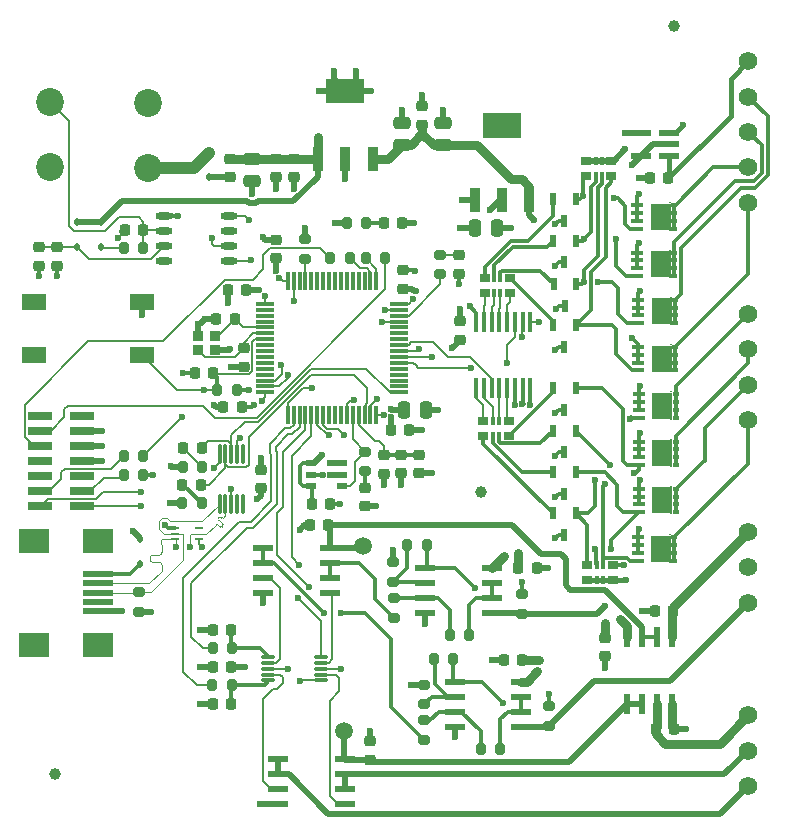
<source format=gbr>
%TF.GenerationSoftware,KiCad,Pcbnew,9.0.6*%
%TF.CreationDate,2026-02-16T15:04:55+01:00*%
%TF.ProjectId,WaterSensor,57617465-7253-4656-9e73-6f722e6b6963,rev?*%
%TF.SameCoordinates,Original*%
%TF.FileFunction,Copper,L1,Top*%
%TF.FilePolarity,Positive*%
%FSLAX46Y46*%
G04 Gerber Fmt 4.6, Leading zero omitted, Abs format (unit mm)*
G04 Created by KiCad (PCBNEW 9.0.6) date 2026-02-16 15:04:55*
%MOMM*%
%LPD*%
G01*
G04 APERTURE LIST*
G04 Aperture macros list*
%AMRoundRect*
0 Rectangle with rounded corners*
0 $1 Rounding radius*
0 $2 $3 $4 $5 $6 $7 $8 $9 X,Y pos of 4 corners*
0 Add a 4 corners polygon primitive as box body*
4,1,4,$2,$3,$4,$5,$6,$7,$8,$9,$2,$3,0*
0 Add four circle primitives for the rounded corners*
1,1,$1+$1,$2,$3*
1,1,$1+$1,$4,$5*
1,1,$1+$1,$6,$7*
1,1,$1+$1,$8,$9*
0 Add four rect primitives between the rounded corners*
20,1,$1+$1,$2,$3,$4,$5,0*
20,1,$1+$1,$4,$5,$6,$7,0*
20,1,$1+$1,$6,$7,$8,$9,0*
20,1,$1+$1,$8,$9,$2,$3,0*%
G04 Aperture macros list end*
%TA.AperFunction,EtchedComponent*%
%ADD10C,0.000000*%
%TD*%
%TA.AperFunction,SMDPad,CuDef*%
%ADD11R,2.050000X0.760000*%
%TD*%
%TA.AperFunction,SMDPad,CuDef*%
%ADD12R,0.950000X2.150000*%
%TD*%
%TA.AperFunction,SMDPad,CuDef*%
%ADD13R,3.250000X2.150000*%
%TD*%
%TA.AperFunction,SMDPad,CuDef*%
%ADD14R,0.508000X1.117600*%
%TD*%
%TA.AperFunction,SMDPad,CuDef*%
%ADD15RoundRect,0.250000X0.250000X0.475000X-0.250000X0.475000X-0.250000X-0.475000X0.250000X-0.475000X0*%
%TD*%
%TA.AperFunction,SMDPad,CuDef*%
%ADD16RoundRect,0.200000X0.275000X-0.200000X0.275000X0.200000X-0.275000X0.200000X-0.275000X-0.200000X0*%
%TD*%
%TA.AperFunction,SMDPad,CuDef*%
%ADD17RoundRect,0.250000X-0.475000X0.250000X-0.475000X-0.250000X0.475000X-0.250000X0.475000X0.250000X0*%
%TD*%
%TA.AperFunction,SMDPad,CuDef*%
%ADD18R,0.952500X0.558800*%
%TD*%
%TA.AperFunction,SMDPad,CuDef*%
%ADD19RoundRect,0.225000X0.225000X0.250000X-0.225000X0.250000X-0.225000X-0.250000X0.225000X-0.250000X0*%
%TD*%
%TA.AperFunction,SMDPad,CuDef*%
%ADD20R,1.725000X2.235000*%
%TD*%
%TA.AperFunction,SMDPad,CuDef*%
%ADD21R,0.250000X0.077000*%
%TD*%
%TA.AperFunction,SMDPad,CuDef*%
%ADD22R,0.250000X0.075000*%
%TD*%
%TA.AperFunction,SMDPad,CuDef*%
%ADD23R,0.510000X0.405000*%
%TD*%
%TA.AperFunction,SMDPad,CuDef*%
%ADD24R,0.990000X0.405000*%
%TD*%
%TA.AperFunction,SMDPad,CuDef*%
%ADD25RoundRect,0.200000X0.200000X0.275000X-0.200000X0.275000X-0.200000X-0.275000X0.200000X-0.275000X0*%
%TD*%
%TA.AperFunction,SMDPad,CuDef*%
%ADD26R,2.500000X0.500000*%
%TD*%
%TA.AperFunction,SMDPad,CuDef*%
%ADD27R,2.500000X2.000000*%
%TD*%
%TA.AperFunction,SMDPad,CuDef*%
%ADD28RoundRect,0.200000X-0.200000X-0.275000X0.200000X-0.275000X0.200000X0.275000X-0.200000X0.275000X0*%
%TD*%
%TA.AperFunction,SMDPad,CuDef*%
%ADD29R,0.965200X0.736600*%
%TD*%
%TA.AperFunction,SMDPad,CuDef*%
%ADD30R,0.355600X0.736600*%
%TD*%
%TA.AperFunction,SMDPad,CuDef*%
%ADD31RoundRect,0.218750X0.256250X-0.218750X0.256250X0.218750X-0.256250X0.218750X-0.256250X-0.218750X0*%
%TD*%
%TA.AperFunction,SMDPad,CuDef*%
%ADD32RoundRect,0.225000X-0.225000X-0.250000X0.225000X-0.250000X0.225000X0.250000X-0.225000X0.250000X0*%
%TD*%
%TA.AperFunction,SMDPad,CuDef*%
%ADD33RoundRect,0.087500X0.087500X-0.725000X0.087500X0.725000X-0.087500X0.725000X-0.087500X-0.725000X0*%
%TD*%
%TA.AperFunction,SMDPad,CuDef*%
%ADD34RoundRect,0.225000X-0.250000X0.225000X-0.250000X-0.225000X0.250000X-0.225000X0.250000X0.225000X0*%
%TD*%
%TA.AperFunction,SMDPad,CuDef*%
%ADD35C,1.500000*%
%TD*%
%TA.AperFunction,SMDPad,CuDef*%
%ADD36RoundRect,0.225000X0.250000X-0.225000X0.250000X0.225000X-0.250000X0.225000X-0.250000X-0.225000X0*%
%TD*%
%TA.AperFunction,SMDPad,CuDef*%
%ADD37C,1.000000*%
%TD*%
%TA.AperFunction,SMDPad,CuDef*%
%ADD38RoundRect,0.218750X0.218750X0.256250X-0.218750X0.256250X-0.218750X-0.256250X0.218750X-0.256250X0*%
%TD*%
%TA.AperFunction,SMDPad,CuDef*%
%ADD39RoundRect,0.112500X0.112500X-0.187500X0.112500X0.187500X-0.112500X0.187500X-0.112500X-0.187500X0*%
%TD*%
%TA.AperFunction,SMDPad,CuDef*%
%ADD40RoundRect,0.250000X0.475000X-0.250000X0.475000X0.250000X-0.475000X0.250000X-0.475000X-0.250000X0*%
%TD*%
%TA.AperFunction,ComponentPad*%
%ADD41C,2.362200*%
%TD*%
%TA.AperFunction,SMDPad,CuDef*%
%ADD42R,1.663700X0.558800*%
%TD*%
%TA.AperFunction,ComponentPad*%
%ADD43C,1.574800*%
%TD*%
%TA.AperFunction,SMDPad,CuDef*%
%ADD44RoundRect,0.200000X-0.275000X0.200000X-0.275000X-0.200000X0.275000X-0.200000X0.275000X0.200000X0*%
%TD*%
%TA.AperFunction,SMDPad,CuDef*%
%ADD45R,0.950000X0.850000*%
%TD*%
%TA.AperFunction,SMDPad,CuDef*%
%ADD46R,0.558800X1.663700*%
%TD*%
%TA.AperFunction,SMDPad,CuDef*%
%ADD47R,0.914400X2.108200*%
%TD*%
%TA.AperFunction,SMDPad,CuDef*%
%ADD48RoundRect,0.075000X-0.700000X-0.075000X0.700000X-0.075000X0.700000X0.075000X-0.700000X0.075000X0*%
%TD*%
%TA.AperFunction,SMDPad,CuDef*%
%ADD49RoundRect,0.075000X-0.075000X-0.700000X0.075000X-0.700000X0.075000X0.700000X-0.075000X0.700000X0*%
%TD*%
%TA.AperFunction,SMDPad,CuDef*%
%ADD50RoundRect,0.112500X-0.112500X0.187500X-0.112500X-0.187500X0.112500X-0.187500X0.112500X0.187500X0*%
%TD*%
%TA.AperFunction,SMDPad,CuDef*%
%ADD51R,0.762000X0.254000*%
%TD*%
%TA.AperFunction,SMDPad,CuDef*%
%ADD52R,0.355600X1.676400*%
%TD*%
%TA.AperFunction,SMDPad,CuDef*%
%ADD53O,1.350000X0.299999*%
%TD*%
%TA.AperFunction,SMDPad,CuDef*%
%ADD54R,2.100000X1.400000*%
%TD*%
%TA.AperFunction,SMDPad,CuDef*%
%ADD55R,1.805236X0.612132*%
%TD*%
%TA.AperFunction,SMDPad,CuDef*%
%ADD56RoundRect,0.250000X-0.250000X-0.475000X0.250000X-0.475000X0.250000X0.475000X-0.250000X0.475000X0*%
%TD*%
%TA.AperFunction,SMDPad,CuDef*%
%ADD57O,1.450000X0.599999*%
%TD*%
%TA.AperFunction,SMDPad,CuDef*%
%ADD58RoundRect,0.218750X-0.256250X0.218750X-0.256250X-0.218750X0.256250X-0.218750X0.256250X0.218750X0*%
%TD*%
%TA.AperFunction,ViaPad*%
%ADD59C,0.600000*%
%TD*%
%TA.AperFunction,Conductor*%
%ADD60C,0.500000*%
%TD*%
%TA.AperFunction,Conductor*%
%ADD61C,0.200000*%
%TD*%
%TA.AperFunction,Conductor*%
%ADD62C,0.300000*%
%TD*%
%TA.AperFunction,Conductor*%
%ADD63C,0.800000*%
%TD*%
%TA.AperFunction,Conductor*%
%ADD64C,0.400000*%
%TD*%
%TA.AperFunction,Conductor*%
%ADD65C,1.000000*%
%TD*%
%TA.AperFunction,Conductor*%
%ADD66C,0.100000*%
%TD*%
G04 APERTURE END LIST*
D10*
%TA.AperFunction,EtchedComponent*%
%TO.C,U4*%
G36*
X148310200Y-89174500D02*
G01*
X145109800Y-89174500D01*
X145109800Y-87066300D01*
X148310200Y-87066300D01*
X148310200Y-89174500D01*
G37*
%TD.AperFunction*%
%TD*%
D11*
%TO.P,J1,1,Pin_1*%
%TO.N,unconnected-(J1-Pin_1-Pad1)*%
X111145000Y-112780000D03*
%TO.P,J1,2,Pin_2*%
%TO.N,unconnected-(J1-Pin_2-Pad2)*%
X107595000Y-112780000D03*
%TO.P,J1,3,Pin_3*%
%TO.N,+3.3V*%
X111145000Y-114050000D03*
%TO.P,J1,4,Pin_4*%
%TO.N,Net-(J1-Pin_4)*%
X107595000Y-114050000D03*
%TO.P,J1,5,Pin_5*%
%TO.N,GND*%
X111145000Y-115320000D03*
%TO.P,J1,6,Pin_6*%
%TO.N,Net-(J1-Pin_6)*%
X107595000Y-115320000D03*
%TO.P,J1,7,Pin_7*%
%TO.N,GND*%
X111145000Y-116590000D03*
%TO.P,J1,8,Pin_8*%
%TO.N,unconnected-(J1-Pin_8-Pad8)*%
X107595000Y-116590000D03*
%TO.P,J1,9,Pin_9*%
%TO.N,unconnected-(J1-Pin_9-Pad9)*%
X111145000Y-117860000D03*
%TO.P,J1,10,Pin_10*%
%TO.N,unconnected-(J1-Pin_10-Pad10)*%
X107595000Y-117860000D03*
%TO.P,J1,11,Pin_11*%
%TO.N,Net-(J1-Pin_11)*%
X111145000Y-119130000D03*
%TO.P,J1,12,Pin_12*%
%TO.N,Net-(J1-Pin_12)*%
X107595000Y-119130000D03*
%TO.P,J1,13,Pin_13*%
%TO.N,USART1_RX*%
X111145000Y-120400000D03*
%TO.P,J1,14,Pin_14*%
%TO.N,USART1_TX*%
X107595000Y-120400000D03*
%TD*%
D12*
%TO.P,U5,1,INPUT*%
%TO.N,PS_RAW*%
X131130000Y-91000000D03*
%TO.P,U5,2,GND*%
%TO.N,GND*%
X133430000Y-91000000D03*
%TO.P,U5,3,OUTPUT*%
%TO.N,+5V*%
X135730000Y-91000000D03*
D13*
%TO.P,U5,4,GND*%
%TO.N,GND*%
X133430000Y-85200000D03*
%TD*%
D14*
%TO.P,Q4,1,C*%
%TO.N,Net-(Q4-C)*%
X152917500Y-105085600D03*
%TO.P,Q4,2,B*%
%TO.N,Net-(Q4-B)*%
X151012500Y-105085600D03*
%TO.P,Q4,3,E*%
%TO.N,GND*%
X151965000Y-106914400D03*
%TD*%
D15*
%TO.P,C7,1*%
%TO.N,+3.3V*%
X146300000Y-96830000D03*
%TO.P,C7,2*%
%TO.N,GND*%
X144400000Y-96830000D03*
%TD*%
D16*
%TO.P,RSense1,1*%
%TO.N,/VIConverter/IoutFW*%
X150700000Y-138965000D03*
%TO.P,RSense1,2*%
%TO.N,Out1*%
X150700000Y-137315000D03*
%TD*%
D17*
%TO.P,C34,1*%
%TO.N,PS_RAW*%
X125550000Y-90980000D03*
%TO.P,C34,2*%
%TO.N,GND*%
X125550000Y-92880000D03*
%TD*%
D18*
%TO.P,U11,1,OUT*%
%TO.N,VREF+*%
X133106350Y-118670001D03*
%TO.P,U11,2,GND*%
%TO.N,GND*%
X133106350Y-117720000D03*
%TO.P,U11,3,GND*%
X133106350Y-116769999D03*
%TO.P,U11,4,\u002ASHDN*%
%TO.N,+3.3V*%
X130553650Y-116769999D03*
%TO.P,U11,5,GND*%
%TO.N,GND*%
X130553650Y-117720000D03*
%TO.P,U11,6,VDD*%
%TO.N,+3.3V*%
X130553650Y-118670001D03*
%TD*%
D19*
%TO.P,C21,1*%
%TO.N,/LIN_BUS*%
X116285000Y-96980000D03*
%TO.P,C21,2*%
%TO.N,GND*%
X114735000Y-96980000D03*
%TD*%
D20*
%TO.P,QM4,1,D*%
%TO.N,/BLK-C-Water/+12V_BLK8C-5*%
X160238000Y-107898000D03*
D21*
X160975000Y-106744000D03*
D22*
X160975000Y-109053000D03*
D23*
X161355000Y-106908000D03*
X161355000Y-107568000D03*
X161355000Y-108228000D03*
X161355000Y-108888000D03*
D24*
%TO.P,QM4,2,G*%
%TO.N,Net-(Q4-C)*%
X158245000Y-108888000D03*
%TO.P,QM4,3,S*%
%TO.N,+12V*%
X158245000Y-106908000D03*
X158245000Y-107568000D03*
X158245000Y-108228000D03*
%TD*%
D16*
%TO.P,R5,1*%
%TO.N,GW_DAC_IN_B*%
X137510000Y-129845000D03*
%TO.P,R5,2*%
%TO.N,O2In1+*%
X137510000Y-128195000D03*
%TD*%
D25*
%TO.P,R20,1*%
%TO.N,GND*%
X116305000Y-117710000D03*
%TO.P,R20,2*%
%TO.N,Net-(J1-Pin_11)*%
X114655000Y-117710000D03*
%TD*%
D19*
%TO.P,C18,1*%
%TO.N,/DAC_PROT&SWITCH/DAC_B_RAW_F*%
X123785000Y-130890000D03*
%TO.P,C18,2*%
%TO.N,GND*%
X122235000Y-130890000D03*
%TD*%
D14*
%TO.P,Q1,1,C*%
%TO.N,Net-(Q1-C)*%
X152982500Y-101585600D03*
%TO.P,Q1,2,B*%
%TO.N,Net-(Q1-B)*%
X151077500Y-101585600D03*
%TO.P,Q1,3,E*%
%TO.N,GND*%
X152030000Y-103414400D03*
%TD*%
D20*
%TO.P,QM6,1,D*%
%TO.N,/BLK-C-Water/+12V_BLK9C-3*%
X160273000Y-115898000D03*
D21*
X161010000Y-114744000D03*
D22*
X161010000Y-117053000D03*
D23*
X161390000Y-114908000D03*
X161390000Y-115568000D03*
X161390000Y-116228000D03*
X161390000Y-116888000D03*
D24*
%TO.P,QM6,2,G*%
%TO.N,Net-(Q6-C)*%
X158280000Y-116888000D03*
%TO.P,QM6,3,S*%
%TO.N,+12V*%
X158280000Y-114908000D03*
X158280000Y-115568000D03*
X158280000Y-116228000D03*
%TD*%
D26*
%TO.P,J6,1,VBUS*%
%TO.N,Net-(D2-A)*%
X112525000Y-126100000D03*
%TO.P,J6,2,D-*%
%TO.N,/USB_D-*%
X112525000Y-126900000D03*
%TO.P,J6,3,D+*%
%TO.N,/USB_D+*%
X112525000Y-127700000D03*
%TO.P,J6,4,ID*%
%TO.N,unconnected-(J6-ID-Pad4)*%
X112525000Y-128500000D03*
%TO.P,J6,5,GND*%
%TO.N,GND*%
X112525000Y-129300000D03*
D27*
%TO.P,J6,6,Shield*%
%TO.N,unconnected-(J6-Shield-Pad6)_2*%
X112525000Y-123300000D03*
%TO.N,unconnected-(J6-Shield-Pad6)_1*%
X107025000Y-123300000D03*
%TO.N,unconnected-(J6-Shield-Pad6)*%
X112525000Y-132100000D03*
%TO.N,unconnected-(J6-Shield-Pad6)_3*%
X107025000Y-132100000D03*
%TD*%
D16*
%TO.P,R25,1*%
%TO.N,BOOT*%
X130050000Y-99455000D03*
%TO.P,R25,2*%
%TO.N,GND*%
X130050000Y-97805000D03*
%TD*%
D28*
%TO.P,R3,1*%
%TO.N,/VIConverter/FW_DAC_IN_B_IN1-*%
X140905000Y-133350000D03*
%TO.P,R3,2*%
%TO.N,Out1*%
X142555000Y-133350000D03*
%TD*%
D29*
%TO.P,R16,1,1*%
%TO.N,Net-(Q3-C)*%
X153785500Y-92400000D03*
D30*
%TO.P,R16,2,2*%
%TO.N,Net-(Q2-C)*%
X154615000Y-92400000D03*
%TO.P,R16,3,3*%
%TO.N,Net-(Q1-C)*%
X155115000Y-92400000D03*
D29*
%TO.P,R16,4,4*%
%TO.N,Net-(Q4-C)*%
X155944500Y-92400000D03*
%TO.P,R16,5,5*%
%TO.N,+12V*%
X155944500Y-91130000D03*
D30*
%TO.P,R16,6,6*%
X155115000Y-91130000D03*
%TO.P,R16,7,7*%
X154615000Y-91130000D03*
D29*
%TO.P,R16,8,8*%
X153785500Y-91130000D03*
%TD*%
D31*
%TO.P,FB3,1*%
%TO.N,Net-(D1-K)*%
X123650000Y-92537500D03*
%TO.P,FB3,2*%
%TO.N,PS_RAW*%
X123650000Y-90962500D03*
%TD*%
D28*
%TO.P,R22,1*%
%TO.N,+3.3V*%
X119615000Y-120130000D03*
%TO.P,R22,2*%
%TO.N,Net-(D5-A)*%
X121265000Y-120130000D03*
%TD*%
D32*
%TO.P,C30,1*%
%TO.N,/DAC_PROT&SWITCH/BLKA_PWR*%
X159695000Y-139210000D03*
%TO.P,C30,2*%
%TO.N,GND*%
X161245000Y-139210000D03*
%TD*%
D33*
%TO.P,U10,1,UD+*%
%TO.N,/USB_D+*%
X122770000Y-120212500D03*
%TO.P,U10,2,UD-*%
%TO.N,/USB_D-*%
X123270000Y-120212500D03*
%TO.P,U10,3,GND*%
%TO.N,GND*%
X123770000Y-120212500D03*
%TO.P,U10,4,~{RTS}*%
%TO.N,unconnected-(U10-~{RTS}-Pad4)*%
X124270000Y-120212500D03*
%TO.P,U10,5,~{CTS}*%
%TO.N,unconnected-(U10-~{CTS}-Pad5)*%
X124770000Y-120212500D03*
%TO.P,U10,6,TNOW*%
%TO.N,unconnected-(U10-TNOW-Pad6)*%
X124770000Y-115987500D03*
%TO.P,U10,7,VCC*%
%TO.N,+3.3V*%
X124270000Y-115987500D03*
%TO.P,U10,8,TXD*%
%TO.N,USART3_RX*%
X123770000Y-115987500D03*
%TO.P,U10,9,RXD*%
%TO.N,USART3_TX*%
X123270000Y-115987500D03*
%TO.P,U10,10,V3*%
%TO.N,+3.3V*%
X122770000Y-115987500D03*
%TD*%
D34*
%TO.P,C4,1*%
%TO.N,PS_RAW*%
X129040000Y-90985000D03*
%TO.P,C4,2*%
%TO.N,GND*%
X129040000Y-92535000D03*
%TD*%
D28*
%TO.P,R10,1*%
%TO.N,DAC_IN_A*%
X122175000Y-135500000D03*
%TO.P,R10,2*%
%TO.N,/DAC_PROT&SWITCH/DAC_A_RAW_F*%
X123825000Y-135500000D03*
%TD*%
D19*
%TO.P,C25,1*%
%TO.N,/DAC_PROT&SWITCH/BLKB_PWR_BUFF*%
X131975000Y-121995000D03*
%TO.P,C25,2*%
%TO.N,GND*%
X130425000Y-121995000D03*
%TD*%
D34*
%TO.P,C9,1*%
%TO.N,+3.3V*%
X126270000Y-117325000D03*
%TO.P,C9,2*%
%TO.N,GND*%
X126270000Y-118875000D03*
%TD*%
D28*
%TO.P,R7,1*%
%TO.N,/VIConverter/GW_DAC_IN_B_IN1-*%
X138675000Y-123640000D03*
%TO.P,R7,2*%
%TO.N,O2Out1*%
X140325000Y-123640000D03*
%TD*%
D35*
%TO.P,TP2,1,1*%
%TO.N,/DAC_PROT&SWITCH/BLKB_PWR_BUFF*%
X134890000Y-123760000D03*
%TD*%
D16*
%TO.P,R27,1*%
%TO.N,+3.3V*%
X115925000Y-129325000D03*
%TO.P,R27,2*%
%TO.N,/USB_D+*%
X115925000Y-127675000D03*
%TD*%
D36*
%TO.P,C13,1*%
%TO.N,+3.3V*%
X138300000Y-101975000D03*
%TO.P,C13,2*%
%TO.N,GND*%
X138300000Y-100425000D03*
%TD*%
D37*
%TO.P,FID3,*%
%TO.N,*%
X161261000Y-79709000D03*
%TD*%
D16*
%TO.P,R24,1*%
%TO.N,uC_Alive*%
X141440000Y-100737500D03*
%TO.P,R24,2*%
%TO.N,Net-(D8-A)*%
X141440000Y-99087500D03*
%TD*%
D38*
%TO.P,D6,1,K*%
%TO.N,USART3_RX*%
X121250000Y-115440000D03*
%TO.P,D6,2,A*%
%TO.N,Net-(D6-A)*%
X119675000Y-115440000D03*
%TD*%
D14*
%TO.P,Q7,1,C*%
%TO.N,Net-(Q7-C)*%
X152917500Y-117485600D03*
%TO.P,Q7,2,B*%
%TO.N,Net-(Q7-B)*%
X151012500Y-117485600D03*
%TO.P,Q7,3,E*%
%TO.N,GND*%
X151965000Y-119314400D03*
%TD*%
D39*
%TO.P,D4,1,K*%
%TO.N,Net-(D4-K)*%
X112710000Y-98460000D03*
%TO.P,D4,2,A*%
%TO.N,PS_RAW*%
X112710000Y-96360000D03*
%TD*%
D40*
%TO.P,C6,1*%
%TO.N,+5V*%
X141680000Y-89840000D03*
%TO.P,C6,2*%
%TO.N,GND*%
X141680000Y-87940000D03*
%TD*%
D34*
%TO.P,C19,1*%
%TO.N,Net-(D3-K)*%
X108980000Y-98475000D03*
%TO.P,C19,2*%
%TO.N,GND*%
X108980000Y-100025000D03*
%TD*%
D28*
%TO.P,R19,1*%
%TO.N,Net-(J1-Pin_12)*%
X114665000Y-116170000D03*
%TO.P,R19,2*%
%TO.N,NRST*%
X116315000Y-116170000D03*
%TD*%
D41*
%TO.P,J2,1,Pin_1*%
%TO.N,GND*%
X116700000Y-86210251D03*
%TO.P,J2,2,Pin_2*%
%TO.N,PS_IN*%
X116700000Y-91710250D03*
%TD*%
D42*
%TO.P,U8,1,Out1*%
%TO.N,Out1*%
X142674250Y-135235000D03*
%TO.P,U8,2,In1-*%
%TO.N,/VIConverter/FW_DAC_IN_B_IN1-*%
X142674250Y-136505000D03*
%TO.P,U8,3,In1+*%
%TO.N,In1+*%
X142674250Y-137775000D03*
%TO.P,U8,4,VCC-*%
%TO.N,GND*%
X142674250Y-139045000D03*
%TO.P,U8,5,In2+*%
%TO.N,/VIConverter/IoutFW*%
X148325750Y-139045000D03*
%TO.P,U8,6,In2-*%
%TO.N,/VIConverter/FW_OUT2*%
X148325750Y-137775000D03*
%TO.P,U8,7,Out2*%
X148325750Y-136505000D03*
%TO.P,U8,8,VCC+*%
%TO.N,PS_RAW*%
X148325750Y-135235000D03*
%TD*%
D19*
%TO.P,C10,1*%
%TO.N,+3.3V*%
X125035000Y-102110000D03*
%TO.P,C10,2*%
%TO.N,GND*%
X123485000Y-102110000D03*
%TD*%
D20*
%TO.P,QM5,1,D*%
%TO.N,/BLK-C-Water/+12V_BLK9C-2*%
X160273000Y-111898000D03*
D21*
X161010000Y-110744000D03*
D22*
X161010000Y-113053000D03*
D23*
X161390000Y-110908000D03*
X161390000Y-111568000D03*
X161390000Y-112228000D03*
X161390000Y-112888000D03*
D24*
%TO.P,QM5,2,G*%
%TO.N,Net-(Q5-C)*%
X158280000Y-112888000D03*
%TO.P,QM5,3,S*%
%TO.N,+12V*%
X158280000Y-110908000D03*
X158280000Y-111568000D03*
X158280000Y-112228000D03*
%TD*%
D43*
%TO.P,J7,1,Pin_1*%
%TO.N,/DAC_PROT&SWITCH/BLKA_PWR*%
X167500000Y-138100000D03*
%TO.P,J7,2,Pin_2*%
%TO.N,/DAC_PROT&SWITCH/GW_DAC_IN_A*%
X167500000Y-141099999D03*
%TO.P,J7,3,Pin_3*%
%TO.N,/DAC_PROT&SWITCH/FW_DAC_IN_A*%
X167500000Y-144099998D03*
%TD*%
D19*
%TO.P,C1,1*%
%TO.N,NRST*%
X122235000Y-109070000D03*
%TO.P,C1,2*%
%TO.N,GND*%
X120685000Y-109070000D03*
%TD*%
D28*
%TO.P,R9,1*%
%TO.N,DAC_IN_B*%
X122185000Y-132430000D03*
%TO.P,R9,2*%
%TO.N,/DAC_PROT&SWITCH/DAC_B_RAW_F*%
X123835000Y-132430000D03*
%TD*%
%TO.P,R11,1*%
%TO.N,Net-(D4-K)*%
X114675000Y-98530000D03*
%TO.P,R11,2*%
%TO.N,/LIN_BUS*%
X116325000Y-98530000D03*
%TD*%
D34*
%TO.P,C26,1*%
%TO.N,PS_RAW*%
X155400000Y-131525000D03*
%TO.P,C26,2*%
%TO.N,GND*%
X155400000Y-133075000D03*
%TD*%
D42*
%TO.P,U9,1,Out1*%
%TO.N,O2Out1*%
X140174250Y-125635000D03*
%TO.P,U9,2,In1-*%
%TO.N,/VIConverter/GW_DAC_IN_B_IN1-*%
X140174250Y-126905000D03*
%TO.P,U9,3,In1+*%
%TO.N,O2In1+*%
X140174250Y-128175000D03*
%TO.P,U9,4,VCC-*%
%TO.N,GND*%
X140174250Y-129445000D03*
%TO.P,U9,5,In2+*%
%TO.N,/VIConverter/IoutGW*%
X145825750Y-129445000D03*
%TO.P,U9,6,In2-*%
%TO.N,/VIConverter/GW_OUT2*%
X145825750Y-128175000D03*
%TO.P,U9,7,Out2*%
X145825750Y-126905000D03*
%TO.P,U9,8,VCC+*%
%TO.N,PS_RAW*%
X145825750Y-125635000D03*
%TD*%
D34*
%TO.P,C17,1*%
%TO.N,VDDA*%
X138170000Y-116024999D03*
%TO.P,C17,2*%
%TO.N,GND*%
X138170000Y-117574999D03*
%TD*%
D43*
%TO.P,J5,1,Pin_1*%
%TO.N,/BLK-C-Water/+12V_BLK9C-2*%
X167515999Y-104117001D03*
%TO.P,J5,2,Pin_2*%
%TO.N,/BLK-C-Water/+12V_BLK9C-3*%
X167515999Y-107117000D03*
%TO.P,J5,3,Pin_3*%
%TO.N,/BLK-C-Water/+12V_BLK9C-4*%
X167515999Y-110116999D03*
%TO.P,J5,4,Pin_4*%
%TO.N,/BLK-C-Water/+12V_BLK9C-5*%
X167515999Y-113116998D03*
%TD*%
D34*
%TO.P,C3,1*%
%TO.N,OSC_OUT*%
X124810000Y-107015000D03*
%TO.P,C3,2*%
%TO.N,GND*%
X124810000Y-108565000D03*
%TD*%
D14*
%TO.P,Q5,1,C*%
%TO.N,Net-(Q5-C)*%
X152917500Y-120985600D03*
%TO.P,Q5,2,B*%
%TO.N,Net-(Q5-B)*%
X151012500Y-120985600D03*
%TO.P,Q5,3,E*%
%TO.N,GND*%
X151965000Y-122814400D03*
%TD*%
D31*
%TO.P,D8,1,K*%
%TO.N,GND*%
X143040000Y-100700000D03*
%TO.P,D8,2,A*%
%TO.N,Net-(D8-A)*%
X143040000Y-99125000D03*
%TD*%
D19*
%TO.P,C24,1*%
%TO.N,+5V*%
X123775000Y-133970000D03*
%TO.P,C24,2*%
%TO.N,GND*%
X122225000Y-133970000D03*
%TD*%
D36*
%TO.P,C14,1*%
%TO.N,+3.3V*%
X127530000Y-99375000D03*
%TO.P,C14,2*%
%TO.N,GND*%
X127530000Y-97825000D03*
%TD*%
D34*
%TO.P,C23,1*%
%TO.N,Net-(C23-Pad1)*%
X135073650Y-118834999D03*
%TO.P,C23,2*%
%TO.N,GND*%
X135073650Y-120384999D03*
%TD*%
D39*
%TO.P,D1,1,K*%
%TO.N,Net-(D1-K)*%
X121839600Y-92539749D03*
%TO.P,D1,2,A*%
%TO.N,PS_IN*%
X121839600Y-90439749D03*
%TD*%
D37*
%TO.P,FID1,*%
%TO.N,*%
X108876000Y-143038000D03*
%TD*%
D16*
%TO.P,RSense2,1*%
%TO.N,/VIConverter/IoutGW*%
X148400000Y-129490000D03*
%TO.P,RSense2,2*%
%TO.N,O2Out1*%
X148400000Y-127840000D03*
%TD*%
D32*
%TO.P,C28,1*%
%TO.N,PS_RAW*%
X148065000Y-125620000D03*
%TO.P,C28,2*%
%TO.N,GND*%
X149615000Y-125620000D03*
%TD*%
D39*
%TO.P,D3,1,K*%
%TO.N,Net-(D3-K)*%
X110740000Y-98447500D03*
%TO.P,D3,2,A*%
%TO.N,PS_RAW*%
X110740000Y-96347500D03*
%TD*%
D29*
%TO.P,R13,1,1*%
%TO.N,Net-(U13-Y5)*%
X147279500Y-113165000D03*
D30*
%TO.P,R13,2,2*%
%TO.N,Net-(U13-Y7)*%
X146450000Y-113165000D03*
%TO.P,R13,3,3*%
%TO.N,Net-(U13-Y6)*%
X145950000Y-113165000D03*
D29*
%TO.P,R13,4,4*%
%TO.N,Net-(U13-Y4)*%
X145120500Y-113165000D03*
%TO.P,R13,5,5*%
%TO.N,Net-(Q5-B)*%
X145120500Y-114435000D03*
D30*
%TO.P,R13,6,6*%
%TO.N,Net-(Q7-B)*%
X145950000Y-114435000D03*
%TO.P,R13,7,7*%
%TO.N,Net-(Q8-B)*%
X146450000Y-114435000D03*
D29*
%TO.P,R13,8,8*%
%TO.N,Net-(Q6-B)*%
X147279500Y-114435000D03*
%TD*%
D44*
%TO.P,R6,1*%
%TO.N,GND*%
X137500000Y-125115000D03*
%TO.P,R6,2*%
%TO.N,/VIConverter/GW_DAC_IN_B_IN1-*%
X137500000Y-126765000D03*
%TD*%
D14*
%TO.P,Q8,1,C*%
%TO.N,Net-(Q8-C)*%
X152917500Y-113985600D03*
%TO.P,Q8,2,B*%
%TO.N,Net-(Q8-B)*%
X151012500Y-113985600D03*
%TO.P,Q8,3,E*%
%TO.N,GND*%
X151965000Y-115814400D03*
%TD*%
D43*
%TO.P,J4,1,Pin_1*%
%TO.N,/BLK-C-Water/BLKC_PWR*%
X167539999Y-82700002D03*
%TO.P,J4,2,Pin_2*%
%TO.N,/BLK-C-Water/+12V_BLK8C-2*%
X167539999Y-85700001D03*
%TO.P,J4,3,Pin_3*%
%TO.N,/BLK-C-Water/+12V_BLK8C-3*%
X167539999Y-88700000D03*
%TO.P,J4,4,Pin_4*%
%TO.N,/BLK-C-Water/+12V_BLK8C-4*%
X167539999Y-91699999D03*
%TO.P,J4,5,Pin_5*%
%TO.N,/BLK-C-Water/+12V_BLK8C-5*%
X167539999Y-94699998D03*
%TD*%
D38*
%TO.P,D5,1,K*%
%TO.N,USART3_TX*%
X121207500Y-118560000D03*
%TO.P,D5,2,A*%
%TO.N,Net-(D5-A)*%
X119632500Y-118560000D03*
%TD*%
D42*
%TO.P,U3,1,Out1*%
%TO.N,FW_DAC_IN_B*%
X126474250Y-123890000D03*
%TO.P,U3,2,In1-*%
X126474250Y-125160000D03*
%TO.P,U3,3,In1+*%
%TO.N,/DAC_PROT&SWITCH/DAC_B_IN1+*%
X126474250Y-126430000D03*
%TO.P,U3,4,VCC-*%
%TO.N,GND*%
X126474250Y-127700000D03*
%TO.P,U3,5,In2+*%
%TO.N,/DAC_PROT&SWITCH/DAC_B_IN2+*%
X132125750Y-127700000D03*
%TO.P,U3,6,In2-*%
%TO.N,GW_DAC_IN_B*%
X132125750Y-126430000D03*
%TO.P,U3,7,Out2*%
X132125750Y-125160000D03*
%TO.P,U3,8,VCC+*%
%TO.N,/DAC_PROT&SWITCH/BLKB_PWR_BUFF*%
X132125750Y-123890000D03*
%TD*%
D28*
%TO.P,R18,1*%
%TO.N,Net-(J1-Pin_6)*%
X132145000Y-99400000D03*
%TO.P,R18,2*%
%TO.N,SWCLK*%
X133795000Y-99400000D03*
%TD*%
D19*
%TO.P,C27,1*%
%TO.N,PS_RAW*%
X148385000Y-133410000D03*
%TO.P,C27,2*%
%TO.N,GND*%
X146835000Y-133410000D03*
%TD*%
D32*
%TO.P,C11,1*%
%TO.N,+3.3V*%
X137305000Y-113960000D03*
%TO.P,C11,2*%
%TO.N,GND*%
X138855000Y-113960000D03*
%TD*%
D25*
%TO.P,R4,1*%
%TO.N,/VIConverter/FW_OUT2*%
X146525000Y-140940000D03*
%TO.P,R4,2*%
%TO.N,In1+*%
X144875000Y-140940000D03*
%TD*%
D44*
%TO.P,R12,1*%
%TO.N,VREF+*%
X135083650Y-115764999D03*
%TO.P,R12,2*%
%TO.N,Net-(C23-Pad1)*%
X135083650Y-117414999D03*
%TD*%
D36*
%TO.P,C33,1*%
%TO.N,/DAC_PROT&SWITCH/BLKA_PWR_BUFF*%
X135470000Y-141835000D03*
%TO.P,C33,2*%
%TO.N,GND*%
X135470000Y-140285000D03*
%TD*%
D20*
%TO.P,QM7,1,D*%
%TO.N,/BLK-C-Water/+12V_BLK9C-4*%
X160273000Y-119898000D03*
D21*
X161010000Y-118744000D03*
D22*
X161010000Y-121053000D03*
D23*
X161390000Y-118908000D03*
X161390000Y-119568000D03*
X161390000Y-120228000D03*
X161390000Y-120888000D03*
D24*
%TO.P,QM7,2,G*%
%TO.N,Net-(Q7-C)*%
X158280000Y-120888000D03*
%TO.P,QM7,3,S*%
%TO.N,+12V*%
X158280000Y-118908000D03*
X158280000Y-119568000D03*
X158280000Y-120228000D03*
%TD*%
D44*
%TO.P,R1,1*%
%TO.N,GND*%
X140100000Y-135515000D03*
%TO.P,R1,2*%
%TO.N,/VIConverter/FW_DAC_IN_B_IN1-*%
X140100000Y-137165000D03*
%TD*%
D35*
%TO.P,TP1,1,1*%
%TO.N,/DAC_PROT&SWITCH/BLKA_PWR_BUFF*%
X133340000Y-139400000D03*
%TD*%
D34*
%TO.P,C20,1*%
%TO.N,Net-(D3-K)*%
X107450000Y-98475000D03*
%TO.P,C20,2*%
%TO.N,GND*%
X107450000Y-100025000D03*
%TD*%
D14*
%TO.P,Q2,1,C*%
%TO.N,Net-(Q2-C)*%
X152917500Y-97900000D03*
%TO.P,Q2,2,B*%
%TO.N,Net-(Q2-B)*%
X151012500Y-97900000D03*
%TO.P,Q2,3,E*%
%TO.N,GND*%
X151965000Y-99728800D03*
%TD*%
D20*
%TO.P,QM2,1,D*%
%TO.N,/BLK-C-Water/+12V_BLK8C-3*%
X160138000Y-99898000D03*
D21*
X160875000Y-98744000D03*
D22*
X160875000Y-101053000D03*
D23*
X161255000Y-98908000D03*
X161255000Y-99568000D03*
X161255000Y-100228000D03*
X161255000Y-100888000D03*
D24*
%TO.P,QM2,2,G*%
%TO.N,Net-(Q2-C)*%
X158145000Y-100888000D03*
%TO.P,QM2,3,S*%
%TO.N,+12V*%
X158145000Y-98908000D03*
X158145000Y-99568000D03*
X158145000Y-100228000D03*
%TD*%
D28*
%TO.P,R21,1*%
%TO.N,+3.3V*%
X133535000Y-96420000D03*
%TO.P,R21,2*%
%TO.N,Net-(D7-A)*%
X135185000Y-96420000D03*
%TD*%
D19*
%TO.P,C31,1*%
%TO.N,/DAC_PROT&SWITCH/BLKB_PWR*%
X161175000Y-129300000D03*
%TO.P,C31,2*%
%TO.N,GND*%
X159625000Y-129300000D03*
%TD*%
D25*
%TO.P,R8,1*%
%TO.N,/VIConverter/GW_OUT2*%
X143925000Y-131320000D03*
%TO.P,R8,2*%
%TO.N,O2In1+*%
X142275000Y-131320000D03*
%TD*%
D19*
%TO.P,C12,1*%
%TO.N,+3.3V*%
X124655000Y-112020000D03*
%TO.P,C12,2*%
%TO.N,GND*%
X123105000Y-112020000D03*
%TD*%
D20*
%TO.P,QM1,1,D*%
%TO.N,/BLK-C-Water/+12V_BLK8C-2*%
X160238000Y-103898000D03*
D21*
X160975000Y-102744000D03*
D22*
X160975000Y-105053000D03*
D23*
X161355000Y-102908000D03*
X161355000Y-103568000D03*
X161355000Y-104228000D03*
X161355000Y-104888000D03*
D24*
%TO.P,QM1,2,G*%
%TO.N,Net-(Q1-C)*%
X158245000Y-104888000D03*
%TO.P,QM1,3,S*%
%TO.N,+12V*%
X158245000Y-102908000D03*
X158245000Y-103568000D03*
X158245000Y-104228000D03*
%TD*%
D20*
%TO.P,QM3,1,D*%
%TO.N,/BLK-C-Water/+12V_BLK8C-4*%
X160138000Y-95898000D03*
D21*
X160875000Y-94744000D03*
D22*
X160875000Y-97053000D03*
D23*
X161255000Y-94908000D03*
X161255000Y-95568000D03*
X161255000Y-96228000D03*
X161255000Y-96888000D03*
D24*
%TO.P,QM3,2,G*%
%TO.N,Net-(Q3-C)*%
X158145000Y-96888000D03*
%TO.P,QM3,3,S*%
%TO.N,+12V*%
X158145000Y-94908000D03*
X158145000Y-95568000D03*
X158145000Y-96228000D03*
%TD*%
D42*
%TO.P,U2,1,Out1*%
%TO.N,/DAC_PROT&SWITCH/FW_DAC_IN_A*%
X127724250Y-141815000D03*
%TO.P,U2,2,In1-*%
X127724250Y-143085000D03*
%TO.P,U2,3,In1+*%
%TO.N,/DAC_PROT&SWITCH/DAC_A_IN1+*%
X127724250Y-144355000D03*
%TO.P,U2,4,VCC-*%
%TO.N,GND*%
X127724250Y-145625000D03*
%TO.P,U2,5,In2+*%
%TO.N,/DAC_PROT&SWITCH/DAC_A_IN2+*%
X133375750Y-145625000D03*
%TO.P,U2,6,In2-*%
%TO.N,/DAC_PROT&SWITCH/GW_DAC_IN_A*%
X133375750Y-144355000D03*
%TO.P,U2,7,Out2*%
X133375750Y-143085000D03*
%TO.P,U2,8,VCC+*%
%TO.N,/DAC_PROT&SWITCH/BLKA_PWR_BUFF*%
X133375750Y-141815000D03*
%TD*%
D45*
%TO.P,XTAL1,1,1*%
%TO.N,OSC_IN*%
X122360000Y-105970000D03*
%TO.P,XTAL1,2,2*%
%TO.N,GND*%
X120910000Y-105970000D03*
%TO.P,XTAL1,3,3*%
%TO.N,OSC_OUT*%
X120910000Y-107120000D03*
%TO.P,XTAL1,4,4*%
%TO.N,GND*%
X122360000Y-107120000D03*
%TD*%
D19*
%TO.P,C32,1*%
%TO.N,/BLK-C-Water/BLKC_PWR*%
X160775000Y-92600000D03*
%TO.P,C32,2*%
%TO.N,GND*%
X159225000Y-92600000D03*
%TD*%
D46*
%TO.P,U14,1,Out1*%
%TO.N,/DAC_PROT&SWITCH/BLKA_PWR_BUFF*%
X157295000Y-137125750D03*
%TO.P,U14,2,In1-*%
X158565000Y-137125750D03*
%TO.P,U14,3,In1+*%
%TO.N,/DAC_PROT&SWITCH/BLKA_PWR*%
X159835000Y-137125750D03*
%TO.P,U14,4,VCC-*%
%TO.N,GND*%
X161105000Y-137125750D03*
%TO.P,U14,5,In2+*%
%TO.N,/DAC_PROT&SWITCH/BLKB_PWR*%
X161105000Y-131474250D03*
%TO.P,U14,6,In2-*%
%TO.N,/DAC_PROT&SWITCH/BLKB_PWR_BUFF*%
X159835000Y-131474250D03*
%TO.P,U14,7,Out2*%
X158565000Y-131474250D03*
%TO.P,U14,8,VCC+*%
%TO.N,PS_RAW*%
X157295000Y-131474250D03*
%TD*%
D38*
%TO.P,D7,1,K*%
%TO.N,GND*%
X138237500Y-96390000D03*
%TO.P,D7,2,A*%
%TO.N,Net-(D7-A)*%
X136662500Y-96390000D03*
%TD*%
D14*
%TO.P,Q3,1,C*%
%TO.N,Net-(Q3-C)*%
X152917500Y-94385600D03*
%TO.P,Q3,2,B*%
%TO.N,Net-(Q3-B)*%
X151012500Y-94385600D03*
%TO.P,Q3,3,E*%
%TO.N,GND*%
X151965000Y-96214400D03*
%TD*%
D29*
%TO.P,R15,1,1*%
%TO.N,Net-(U13-Y2)*%
X145220500Y-102335000D03*
D30*
%TO.P,R15,2,2*%
%TO.N,Net-(U13-Y1)*%
X146050000Y-102335000D03*
%TO.P,R15,3,3*%
%TO.N,Net-(U13-Y0)*%
X146550000Y-102335000D03*
D29*
%TO.P,R15,4,4*%
%TO.N,Net-(U13-Y3)*%
X147379500Y-102335000D03*
%TO.P,R15,5,5*%
%TO.N,Net-(Q4-B)*%
X147379500Y-101065000D03*
D30*
%TO.P,R15,6,6*%
%TO.N,Net-(Q1-B)*%
X146550000Y-101065000D03*
%TO.P,R15,7,7*%
%TO.N,Net-(Q2-B)*%
X146050000Y-101065000D03*
D29*
%TO.P,R15,8,8*%
%TO.N,Net-(Q3-B)*%
X145220500Y-101065000D03*
%TD*%
D34*
%TO.P,C35,1*%
%TO.N,PS_RAW*%
X127530000Y-90985000D03*
%TO.P,C35,2*%
%TO.N,GND*%
X127530000Y-92535000D03*
%TD*%
D47*
%TO.P,U4,1,GND*%
%TO.N,GND*%
X144410000Y-94419600D03*
%TO.P,U4,2,VO*%
%TO.N,+3.3V*%
X146710000Y-94419600D03*
%TO.P,U4,3,VI*%
%TO.N,+5V*%
X149010000Y-94419600D03*
%TD*%
D48*
%TO.P,U1,1,VBAT*%
%TO.N,+3.3V*%
X126625000Y-103250000D03*
%TO.P,U1,2,PC13*%
%TO.N,unconnected-(U1-PC13-Pad2)*%
X126625000Y-103750000D03*
%TO.P,U1,3,PC14*%
%TO.N,unconnected-(U1-PC14-Pad3)*%
X126625000Y-104250000D03*
%TO.P,U1,4,PC15*%
%TO.N,unconnected-(U1-PC15-Pad4)*%
X126625000Y-104750000D03*
%TO.P,U1,5,PF0*%
%TO.N,OSC_IN*%
X126625000Y-105250000D03*
%TO.P,U1,6,PF1*%
%TO.N,OSC_OUT*%
X126625000Y-105750000D03*
%TO.P,U1,7,PG10*%
%TO.N,NRST*%
X126625000Y-106250000D03*
%TO.P,U1,8,PC0*%
%TO.N,unconnected-(U1-PC0-Pad8)*%
X126625000Y-106750000D03*
%TO.P,U1,9,PC1*%
%TO.N,unconnected-(U1-PC1-Pad9)*%
X126625000Y-107250000D03*
%TO.P,U1,10,PC2*%
%TO.N,unconnected-(U1-PC2-Pad10)*%
X126625000Y-107750000D03*
%TO.P,U1,11,PC3*%
%TO.N,unconnected-(U1-PC3-Pad11)*%
X126625000Y-108250000D03*
%TO.P,U1,12,PA0*%
%TO.N,unconnected-(U1-PA0-Pad12)*%
X126625000Y-108750000D03*
%TO.P,U1,13,PA1*%
%TO.N,unconnected-(U1-PA1-Pad13)*%
X126625000Y-109250000D03*
%TO.P,U1,14,PA2*%
%TO.N,USART2_TX*%
X126625000Y-109750000D03*
%TO.P,U1,15,VSS*%
%TO.N,GND*%
X126625000Y-110250000D03*
%TO.P,U1,16,VDD*%
%TO.N,+3.3V*%
X126625000Y-110750000D03*
D49*
%TO.P,U1,17,PA3*%
%TO.N,USART2_RX*%
X128550000Y-112675000D03*
%TO.P,U1,18,PA4*%
%TO.N,DAC_IN_A*%
X129050000Y-112675000D03*
%TO.P,U1,19,PA5*%
%TO.N,DAC_IN_B*%
X129550000Y-112675000D03*
%TO.P,U1,20,PA6*%
%TO.N,IN_B*%
X130050000Y-112675000D03*
%TO.P,U1,21,PA7*%
%TO.N,IN_A*%
X130550000Y-112675000D03*
%TO.P,U1,22,PC4*%
%TO.N,USART1_TX*%
X131050000Y-112675000D03*
%TO.P,U1,23,PC5*%
%TO.N,USART1_RX*%
X131550000Y-112675000D03*
%TO.P,U1,24,PB0*%
%TO.N,unconnected-(U1-PB0-Pad24)*%
X132050000Y-112675000D03*
%TO.P,U1,25,PB1*%
%TO.N,unconnected-(U1-PB1-Pad25)*%
X132550000Y-112675000D03*
%TO.P,U1,26,PB2*%
%TO.N,unconnected-(U1-PB2-Pad26)*%
X133050000Y-112675000D03*
%TO.P,U1,27,VSSA*%
%TO.N,GND*%
X133550000Y-112675000D03*
%TO.P,U1,28,VREF+*%
%TO.N,VREF+*%
X134050000Y-112675000D03*
%TO.P,U1,29,VDDA*%
%TO.N,VDDA*%
X134550000Y-112675000D03*
%TO.P,U1,30,PB10*%
%TO.N,USART3_TX*%
X135050000Y-112675000D03*
%TO.P,U1,31,VSS*%
%TO.N,GND*%
X135550000Y-112675000D03*
%TO.P,U1,32,VDD*%
%TO.N,+3.3V*%
X136050000Y-112675000D03*
D48*
%TO.P,U1,33,PB11*%
%TO.N,USART3_RX*%
X137975000Y-110750000D03*
%TO.P,U1,34,PB12*%
%TO.N,unconnected-(U1-PB12-Pad34)*%
X137975000Y-110250000D03*
%TO.P,U1,35,PB13*%
%TO.N,unconnected-(U1-PB13-Pad35)*%
X137975000Y-109750000D03*
%TO.P,U1,36,PB14*%
%TO.N,unconnected-(U1-PB14-Pad36)*%
X137975000Y-109250000D03*
%TO.P,U1,37,PB15*%
%TO.N,unconnected-(U1-PB15-Pad37)*%
X137975000Y-108750000D03*
%TO.P,U1,38,PC6*%
%TO.N,BLKC_SEL_A*%
X137975000Y-108250000D03*
%TO.P,U1,39,PC7*%
%TO.N,BLKC_SEL_B*%
X137975000Y-107750000D03*
%TO.P,U1,40,PC8*%
%TO.N,BLKC_SEL_C*%
X137975000Y-107250000D03*
%TO.P,U1,41,PC9*%
%TO.N,BLKC_CTRL_IN*%
X137975000Y-106750000D03*
%TO.P,U1,42,PA8*%
%TO.N,unconnected-(U1-PA8-Pad42)*%
X137975000Y-106250000D03*
%TO.P,U1,43,PA9*%
%TO.N,unconnected-(U1-PA9-Pad43)*%
X137975000Y-105750000D03*
%TO.P,U1,44,PA10*%
%TO.N,unconnected-(U1-PA10-Pad44)*%
X137975000Y-105250000D03*
%TO.P,U1,45,PA11*%
%TO.N,EN_LIN*%
X137975000Y-104750000D03*
%TO.P,U1,46,PA12*%
%TO.N,uC_Alive*%
X137975000Y-104250000D03*
%TO.P,U1,47,VSS*%
%TO.N,GND*%
X137975000Y-103750000D03*
%TO.P,U1,48,VDD*%
%TO.N,+3.3V*%
X137975000Y-103250000D03*
D49*
%TO.P,U1,49,PA13*%
%TO.N,SWDIO*%
X136050000Y-101325000D03*
%TO.P,U1,50,PA14*%
%TO.N,SWCLK*%
X135550000Y-101325000D03*
%TO.P,U1,51,PA15*%
%TO.N,unconnected-(U1-PA15-Pad51)*%
X135050000Y-101325000D03*
%TO.P,U1,52,PC10*%
%TO.N,unconnected-(U1-PC10-Pad52)*%
X134550000Y-101325000D03*
%TO.P,U1,53,PC11*%
%TO.N,unconnected-(U1-PC11-Pad53)*%
X134050000Y-101325000D03*
%TO.P,U1,54,PC12*%
%TO.N,unconnected-(U1-PC12-Pad54)*%
X133550000Y-101325000D03*
%TO.P,U1,55,PD2*%
%TO.N,unconnected-(U1-PD2-Pad55)*%
X133050000Y-101325000D03*
%TO.P,U1,56,PB3*%
%TO.N,unconnected-(U1-PB3-Pad56)*%
X132550000Y-101325000D03*
%TO.P,U1,57,PB4*%
%TO.N,unconnected-(U1-PB4-Pad57)*%
X132050000Y-101325000D03*
%TO.P,U1,58,PB5*%
%TO.N,unconnected-(U1-PB5-Pad58)*%
X131550000Y-101325000D03*
%TO.P,U1,59,PB6*%
%TO.N,unconnected-(U1-PB6-Pad59)*%
X131050000Y-101325000D03*
%TO.P,U1,60,PB7*%
%TO.N,unconnected-(U1-PB7-Pad60)*%
X130550000Y-101325000D03*
%TO.P,U1,61,PB8*%
%TO.N,BOOT*%
X130050000Y-101325000D03*
%TO.P,U1,62,PB9*%
%TO.N,unconnected-(U1-PB9-Pad62)*%
X129550000Y-101325000D03*
%TO.P,U1,63,VSS*%
%TO.N,GND*%
X129050000Y-101325000D03*
%TO.P,U1,64,VDD*%
%TO.N,+3.3V*%
X128550000Y-101325000D03*
%TD*%
D37*
%TO.P,FID2,*%
%TO.N,*%
X144895000Y-119213000D03*
%TD*%
D34*
%TO.P,C16,1*%
%TO.N,VDDA*%
X136670000Y-116075000D03*
%TO.P,C16,2*%
%TO.N,GND*%
X136670000Y-117625000D03*
%TD*%
D19*
%TO.P,C2,1*%
%TO.N,OSC_IN*%
X124055000Y-104550000D03*
%TO.P,C2,2*%
%TO.N,GND*%
X122505000Y-104550000D03*
%TD*%
D28*
%TO.P,R23,1*%
%TO.N,+3.3V*%
X119645000Y-117030000D03*
%TO.P,R23,2*%
%TO.N,Net-(D6-A)*%
X121295000Y-117030000D03*
%TD*%
D25*
%TO.P,R26,1*%
%TO.N,+3.3V*%
X124225000Y-110540000D03*
%TO.P,R26,2*%
%TO.N,NRST*%
X122575000Y-110540000D03*
%TD*%
D50*
%TO.P,D2,1,K*%
%TO.N,Vdrive*%
X116025000Y-123150000D03*
%TO.P,D2,2,A*%
%TO.N,Net-(D2-A)*%
X116025000Y-125250000D03*
%TD*%
D16*
%TO.P,R2,1*%
%TO.N,FW_DAC_IN_B*%
X140100000Y-140165000D03*
%TO.P,R2,2*%
%TO.N,In1+*%
X140100000Y-138515000D03*
%TD*%
D51*
%TO.P,U7,1,GND*%
%TO.N,GND*%
X119016300Y-122200001D03*
%TO.P,U7,2,IO1*%
%TO.N,/USB_D+*%
X119016300Y-122700000D03*
%TO.P,U7,3,IO2*%
%TO.N,/USB_D-*%
X119016300Y-123199999D03*
%TO.P,U7,4,VCC*%
%TO.N,+5V*%
X121073700Y-123199999D03*
%TO.P,U7,5*%
%TO.N,N/C*%
X121073700Y-122200001D03*
%TD*%
D14*
%TO.P,Q6,1,C*%
%TO.N,Net-(Q6-C)*%
X152917500Y-110385600D03*
%TO.P,Q6,2,B*%
%TO.N,Net-(Q6-B)*%
X151012500Y-110385600D03*
%TO.P,Q6,3,E*%
%TO.N,GND*%
X151965000Y-112214400D03*
%TD*%
D40*
%TO.P,C5,1*%
%TO.N,+5V*%
X138230000Y-89810000D03*
%TO.P,C5,2*%
%TO.N,GND*%
X138230000Y-87910000D03*
%TD*%
D43*
%TO.P,J8,1,Pin_1*%
%TO.N,/DAC_PROT&SWITCH/BLKB_PWR*%
X167539799Y-122560401D03*
%TO.P,J8,2,Pin_2*%
%TO.N,/VIConverter/IoutGW*%
X167539799Y-125560400D03*
%TO.P,J8,3,Pin_3*%
%TO.N,/VIConverter/IoutFW*%
X167539799Y-128560399D03*
%TD*%
D52*
%TO.P,U13,1,Y4*%
%TO.N,Net-(U13-Y4)*%
X144525001Y-110419400D03*
%TO.P,U13,2,Y6*%
%TO.N,Net-(U13-Y6)*%
X145174999Y-110419400D03*
%TO.P,U13,3,COM*%
%TO.N,BLKC_CTRL_IN*%
X145825001Y-110419400D03*
%TO.P,U13,4,Y7*%
%TO.N,Net-(U13-Y7)*%
X146474999Y-110419400D03*
%TO.P,U13,5,Y5*%
%TO.N,Net-(U13-Y5)*%
X147124998Y-110419400D03*
%TO.P,U13,6,INH*%
%TO.N,GND*%
X147774999Y-110419400D03*
%TO.P,U13,7,GND*%
X148424998Y-110419400D03*
%TO.P,U13,8,GND*%
X149074999Y-110419400D03*
%TO.P,U13,9,C*%
%TO.N,BLKC_SEL_C*%
X149074999Y-104780600D03*
%TO.P,U13,10,B*%
%TO.N,BLKC_SEL_B*%
X148425001Y-104780600D03*
%TO.P,U13,11,A*%
%TO.N,BLKC_SEL_A*%
X147774999Y-104780600D03*
%TO.P,U13,12,Y3*%
%TO.N,Net-(U13-Y3)*%
X147125001Y-104780600D03*
%TO.P,U13,13,Y0*%
%TO.N,Net-(U13-Y0)*%
X146475002Y-104780600D03*
%TO.P,U13,14,Y1*%
%TO.N,Net-(U13-Y1)*%
X145825001Y-104780600D03*
%TO.P,U13,15,Y2*%
%TO.N,Net-(U13-Y2)*%
X145175002Y-104780600D03*
%TO.P,U13,16,VCC*%
%TO.N,+3.3V*%
X144525001Y-104780600D03*
%TD*%
D32*
%TO.P,C8,1*%
%TO.N,GND*%
X122225000Y-137100000D03*
%TO.P,C8,2*%
%TO.N,/DAC_PROT&SWITCH/DAC_A_RAW_F*%
X123775000Y-137100000D03*
%TD*%
%TO.P,C22,1*%
%TO.N,+3.3V*%
X130565000Y-120190000D03*
%TO.P,C22,2*%
%TO.N,GND*%
X132115000Y-120190000D03*
%TD*%
D53*
%TO.P,U6,1,IN1*%
%TO.N,IN_A*%
X131344999Y-135140001D03*
%TO.P,U6,2,NO1*%
%TO.N,/DAC_PROT&SWITCH/DAC_A_IN2+*%
X131344999Y-134640002D03*
%TO.P,U6,3,GND*%
%TO.N,GND*%
X131344999Y-134140000D03*
%TO.P,U6,4,NO2*%
%TO.N,/DAC_PROT&SWITCH/DAC_B_IN2+*%
X131344999Y-133640001D03*
%TO.P,U6,5,IN2*%
%TO.N,IN_B*%
X131344999Y-133139999D03*
%TO.P,U6,6,COM2*%
%TO.N,/DAC_PROT&SWITCH/DAC_B_RAW_F*%
X126894998Y-133139999D03*
%TO.P,U6,7,NC2*%
%TO.N,/DAC_PROT&SWITCH/DAC_B_IN1+*%
X126894998Y-133640001D03*
%TO.P,U6,8,V+*%
%TO.N,+5V*%
X126894998Y-134140000D03*
%TO.P,U6,9,NC1*%
%TO.N,/DAC_PROT&SWITCH/DAC_A_IN1+*%
X126894998Y-134640002D03*
%TO.P,U6,10,COM1*%
%TO.N,/DAC_PROT&SWITCH/DAC_A_RAW_F*%
X126894998Y-135140001D03*
%TD*%
D20*
%TO.P,QM8,1,D*%
%TO.N,/BLK-C-Water/+12V_BLK9C-5*%
X160173000Y-123998000D03*
D21*
X160910000Y-122844000D03*
D22*
X160910000Y-125153000D03*
D23*
X161290000Y-123008000D03*
X161290000Y-123668000D03*
X161290000Y-124328000D03*
X161290000Y-124988000D03*
D24*
%TO.P,QM8,2,G*%
%TO.N,Net-(Q8-C)*%
X158180000Y-124988000D03*
%TO.P,QM8,3,S*%
%TO.N,+12V*%
X158180000Y-123008000D03*
X158180000Y-123668000D03*
X158180000Y-124328000D03*
%TD*%
D54*
%TO.P,SW1,1,1*%
%TO.N,NRST*%
X116200000Y-107560000D03*
%TO.P,SW1,2,2*%
%TO.N,GND*%
X116200000Y-103060000D03*
%TO.P,SW1,3*%
%TO.N,N/C*%
X107100000Y-107560000D03*
%TO.P,SW1,4*%
X107100000Y-103060000D03*
%TD*%
D34*
%TO.P,C29,1*%
%TO.N,+3.3V*%
X143100000Y-104725000D03*
%TO.P,C29,2*%
%TO.N,GND*%
X143100000Y-106275000D03*
%TD*%
D25*
%TO.P,R17,1*%
%TO.N,Net-(J1-Pin_4)*%
X136815000Y-99400000D03*
%TO.P,R17,2*%
%TO.N,SWDIO*%
X135165000Y-99400000D03*
%TD*%
D55*
%TO.P,U15,1,+*%
%TO.N,/BLK-C-Water/BLKC_PWR*%
X160800000Y-90700000D03*
%TO.P,U15,2,-*%
%TO.N,+12V*%
X160800000Y-89749999D03*
%TO.P,U15,3,V+*%
%TO.N,PS_RAW*%
X160800000Y-88799998D03*
%TO.P,U15,4,V-*%
%TO.N,GND*%
X158499034Y-88799998D03*
%TO.P,U15,5*%
%TO.N,+12V*%
X158499034Y-90700000D03*
%TD*%
D56*
%TO.P,C15,1*%
%TO.N,+3.3V*%
X138350000Y-112200000D03*
%TO.P,C15,2*%
%TO.N,GND*%
X140250000Y-112200000D03*
%TD*%
D29*
%TO.P,R14,1,1*%
%TO.N,Net-(Q6-C)*%
X156079500Y-125365000D03*
D30*
%TO.P,R14,2,2*%
%TO.N,Net-(Q8-C)*%
X155250000Y-125365000D03*
%TO.P,R14,3,3*%
%TO.N,Net-(Q7-C)*%
X154750000Y-125365000D03*
D29*
%TO.P,R14,4,4*%
%TO.N,Net-(Q5-C)*%
X153920500Y-125365000D03*
%TO.P,R14,5,5*%
%TO.N,+12V*%
X153920500Y-126635000D03*
D30*
%TO.P,R14,6,6*%
X154750000Y-126635000D03*
%TO.P,R14,7,7*%
X155250000Y-126635000D03*
D29*
%TO.P,R14,8,8*%
X156079500Y-126635000D03*
%TD*%
D57*
%TO.P,U12,1,RXD*%
%TO.N,USART2_TX*%
X123560000Y-99590000D03*
%TO.P,U12,2,EN*%
%TO.N,EN_LIN*%
X123560000Y-98320000D03*
%TO.P,U12,3,NC*%
%TO.N,unconnected-(U12-NC-Pad3)*%
X123560000Y-97050000D03*
%TO.P,U12,4,TXD*%
%TO.N,USART2_RX*%
X123560000Y-95780000D03*
%TO.P,U12,5,GND*%
%TO.N,GND*%
X118110001Y-95780000D03*
%TO.P,U12,6,LIN*%
%TO.N,/LIN_BUS*%
X118110001Y-97050000D03*
%TO.P,U12,7,VSUP*%
%TO.N,Net-(D3-K)*%
X118110001Y-98320000D03*
%TO.P,U12,8,NC*%
%TO.N,unconnected-(U12-NC-Pad8)*%
X118110001Y-99590000D03*
%TD*%
D58*
%TO.P,FB1,1*%
%TO.N,Vdrive*%
X139950000Y-86532500D03*
%TO.P,FB1,2*%
%TO.N,+5V*%
X139950000Y-88107500D03*
%TD*%
D31*
%TO.P,FB2,1*%
%TO.N,+3.3V*%
X139670000Y-117587499D03*
%TO.P,FB2,2*%
%TO.N,VDDA*%
X139670000Y-116012499D03*
%TD*%
D41*
%TO.P,J3,1,Pin_1*%
%TO.N,/LIN_BUS*%
X108439600Y-86189750D03*
%TO.P,J3,2,Pin_2*%
%TO.N,GND*%
X108439600Y-91689749D03*
%TD*%
D59*
%TO.N,GND*%
X116200000Y-104170000D03*
X138173650Y-118569999D03*
X158570000Y-129300000D03*
X151210000Y-119620000D03*
X143040000Y-101550000D03*
X123760000Y-108560000D03*
X133430400Y-92650251D03*
X143160000Y-96830000D03*
X136673650Y-118599999D03*
X136750000Y-103750000D03*
X114530000Y-129300000D03*
X108980000Y-100900000D03*
X162280000Y-139210000D03*
X137500000Y-124090000D03*
X139010000Y-135510000D03*
X149070000Y-111790000D03*
X140180000Y-130340000D03*
X122272000Y-111809000D03*
X142483000Y-107004000D03*
X141680000Y-86860000D03*
X114190000Y-97700000D03*
X126430000Y-97620000D03*
X145840000Y-133410000D03*
X117150000Y-117710000D03*
X120910000Y-104960000D03*
X132470400Y-83550251D03*
X142670000Y-139930000D03*
X151200000Y-100050000D03*
X132140000Y-116770000D03*
X123773000Y-118925000D03*
X151210000Y-123120000D03*
X129070000Y-103010000D03*
X107450000Y-100910000D03*
X119650000Y-109100000D03*
X125964000Y-119794000D03*
X131230400Y-85200251D03*
X135630400Y-85200251D03*
X125540000Y-93970000D03*
X121100000Y-133970000D03*
X151200000Y-107200000D03*
X121540000Y-104540000D03*
X151200000Y-112510000D03*
X134178299Y-111402112D03*
X123485000Y-103210000D03*
X118130000Y-121960000D03*
X158260000Y-92600000D03*
X131530000Y-117720000D03*
X134330400Y-83550251D03*
X132160000Y-117730000D03*
X139880000Y-113960000D03*
X136130000Y-111280000D03*
X150620000Y-125620000D03*
X155400000Y-134110000D03*
X139240000Y-96390000D03*
X139360000Y-100430000D03*
X157080000Y-88800000D03*
X133090028Y-134140127D03*
X126470000Y-128600000D03*
X112810000Y-115320000D03*
X148420000Y-111770000D03*
X129566000Y-122394000D03*
X121110000Y-130890000D03*
X121120000Y-137100000D03*
X130050000Y-96830000D03*
X138230000Y-86860251D03*
X151270000Y-103700000D03*
X141300000Y-112200000D03*
X147770000Y-111780000D03*
X133000000Y-120190000D03*
X151200000Y-96510000D03*
X127540000Y-93500000D03*
X135470000Y-139420000D03*
X151200000Y-116110000D03*
X136020000Y-120400000D03*
X119234999Y-95775000D03*
X128555000Y-109304000D03*
X126220000Y-145620000D03*
X129040000Y-93510000D03*
X123650000Y-107110000D03*
X143280000Y-94420000D03*
X112780000Y-116590000D03*
%TO.N,NRST*%
X121480000Y-110550000D03*
X119630000Y-112860000D03*
%TO.N,+5V*%
X124940000Y-133980000D03*
X121305025Y-123855025D03*
X149430000Y-96190000D03*
X128530000Y-134130000D03*
%TO.N,+3.3V*%
X124529975Y-114599975D03*
X126090000Y-102110000D03*
X112785000Y-114020000D03*
X131480000Y-116070000D03*
X125710000Y-111790000D03*
X127810000Y-101030000D03*
X147410000Y-96830000D03*
X145640000Y-95330000D03*
X126620000Y-102590000D03*
X125290000Y-110560000D03*
X132520000Y-96430000D03*
X139380675Y-102140195D03*
X117010000Y-129320000D03*
X122295000Y-117160000D03*
X126355785Y-111452785D03*
X143110000Y-103670000D03*
X140753650Y-117589999D03*
X137250000Y-112180000D03*
X143960000Y-103460000D03*
X137300000Y-112870000D03*
X118615000Y-120140000D03*
X127530000Y-100440000D03*
X136710000Y-112680000D03*
X126270000Y-116270000D03*
X118625000Y-117010000D03*
X139170000Y-102860000D03*
%TO.N,PS_RAW*%
X155400000Y-130270000D03*
X148060000Y-124340000D03*
X146890000Y-124580000D03*
X131120000Y-89110000D03*
X162040000Y-88080000D03*
X156640000Y-129910000D03*
X149690000Y-134340000D03*
X149800000Y-133410000D03*
%TO.N,Vdrive*%
X139940000Y-85590000D03*
X115450000Y-122500000D03*
%TO.N,USART1_TX*%
X116140000Y-119170000D03*
X132030000Y-114370000D03*
%TO.N,USART1_RX*%
X116140000Y-120400000D03*
X133350000Y-114320000D03*
%TO.N,/USB_D-*%
X119098300Y-123830000D03*
X120298300Y-123830000D03*
%TO.N,/VIConverter/IoutGW*%
X155380000Y-128860000D03*
%TO.N,Net-(Q1-C)*%
X154854000Y-101420000D03*
X153600000Y-101420000D03*
%TO.N,Net-(Q2-C)*%
X156331000Y-97763000D03*
X153650000Y-97770000D03*
%TO.N,Net-(Q3-C)*%
X153550000Y-94130000D03*
X156165000Y-94310000D03*
%TO.N,Net-(Q5-C)*%
X154590000Y-118189000D03*
X157520000Y-112970000D03*
%TO.N,Net-(Q6-C)*%
X157040000Y-125350000D03*
X157897851Y-117585421D03*
%TO.N,Net-(Q7-C)*%
X154564000Y-123969000D03*
X155882000Y-123988000D03*
%TO.N,Net-(Q8-C)*%
X155420000Y-118530000D03*
X155871000Y-116871000D03*
%TO.N,+12V*%
X158270000Y-98140000D03*
X158380000Y-102160000D03*
X158310000Y-122300000D03*
X157660000Y-91530000D03*
X157200000Y-126630000D03*
X158280000Y-93980000D03*
X158410000Y-114180000D03*
X158410000Y-118200000D03*
X157080000Y-90180000D03*
X157730000Y-106180000D03*
X158410000Y-110200000D03*
%TO.N,FW_DAC_IN_B*%
X133090000Y-129430000D03*
X131620999Y-129430000D03*
%TO.N,Out1*%
X150700000Y-136310000D03*
X146810000Y-137030000D03*
%TO.N,O2Out1*%
X144404201Y-127295112D03*
X148380000Y-126830000D03*
%TO.N,IN_B*%
X130350000Y-127200000D03*
X129410000Y-128140000D03*
%TO.N,BLKC_SEL_B*%
X148420000Y-106050000D03*
X140721000Y-107750000D03*
%TO.N,BLKC_SEL_C*%
X139628500Y-107111500D03*
X149780000Y-104780000D03*
%TO.N,USART2_TX*%
X128015000Y-108437000D03*
X125470000Y-99580000D03*
%TO.N,EN_LIN*%
X122170000Y-97700000D03*
X136530000Y-104750000D03*
%TO.N,IN_A*%
X129470000Y-125330000D03*
X129560000Y-135200000D03*
%TO.N,USART2_RX*%
X125234999Y-96115000D03*
X130560000Y-110410000D03*
%TO.N,BLKC_SEL_A*%
X147080000Y-108250000D03*
X144072000Y-108658000D03*
%TD*%
D60*
%TO.N,GND*%
X133106350Y-116769999D02*
X132140001Y-116769999D01*
X122302000Y-111809000D02*
X122513000Y-112020000D01*
X140250000Y-112200000D02*
X141300000Y-112200000D01*
X134330400Y-84299600D02*
X133430000Y-85200000D01*
X126225000Y-145625000D02*
X126220000Y-145620000D01*
X148424998Y-111765002D02*
X148420000Y-111770000D01*
D61*
X114355000Y-97000000D02*
X114355000Y-97175000D01*
D60*
X159625000Y-129300000D02*
X158570000Y-129300000D01*
X121550000Y-104550000D02*
X121540000Y-104540000D01*
X136670000Y-118596349D02*
X136673650Y-118599999D01*
D62*
X119680000Y-109070000D02*
X119650000Y-109100000D01*
D60*
X122225000Y-133970000D02*
X121100000Y-133970000D01*
X162280000Y-139210000D02*
X161245000Y-139210000D01*
X142674250Y-139045000D02*
X142674250Y-139925750D01*
X122505000Y-104550000D02*
X121550000Y-104550000D01*
D61*
X127840000Y-110250000D02*
X126625000Y-110250000D01*
D60*
X143100000Y-106275000D02*
X143100000Y-106387000D01*
X122360000Y-107120000D02*
X123640000Y-107120000D01*
X129566000Y-122394000D02*
X129965000Y-121995000D01*
X136670000Y-117625000D02*
X136670000Y-118596349D01*
D63*
X161105000Y-137125750D02*
X161105000Y-139070000D01*
D61*
X128555000Y-109535000D02*
X127840000Y-110250000D01*
D62*
X118790000Y-95770000D02*
X118785000Y-95775000D01*
D60*
X138170000Y-118566349D02*
X138173650Y-118569999D01*
D62*
X151965000Y-96214400D02*
X151495600Y-96214400D01*
D60*
X122272000Y-111809000D02*
X122302000Y-111809000D01*
D62*
X107450000Y-100025000D02*
X107450000Y-100910000D01*
D60*
X134330400Y-83550251D02*
X134330400Y-84299600D01*
X126635000Y-97825000D02*
X126430000Y-97620000D01*
D62*
X119229999Y-95780000D02*
X118110001Y-95780000D01*
X151495600Y-112214400D02*
X151200000Y-112510000D01*
D60*
X127530000Y-92535000D02*
X127530000Y-93490000D01*
D61*
X132090000Y-134140000D02*
X131344999Y-134140000D01*
X134178299Y-111402112D02*
X133890415Y-111402112D01*
D62*
X151555600Y-103414400D02*
X151270000Y-103700000D01*
D61*
X135550000Y-111860000D02*
X136130000Y-111280000D01*
D60*
X144410000Y-94419600D02*
X143280400Y-94419600D01*
D62*
X151965000Y-115814400D02*
X151495600Y-115814400D01*
D60*
X129965000Y-121995000D02*
X130425000Y-121995000D01*
D62*
X129039600Y-93509600D02*
X129040000Y-93510000D01*
D60*
X122513000Y-112020000D02*
X123105000Y-112020000D01*
X133106350Y-117720000D02*
X132170000Y-117720000D01*
D61*
X129050000Y-102990000D02*
X129070000Y-103010000D01*
D60*
X120910000Y-104960000D02*
X120910000Y-105970000D01*
X140174250Y-130334250D02*
X140180000Y-130340000D01*
D62*
X138300000Y-100425000D02*
X139355000Y-100425000D01*
D60*
X141680000Y-87940000D02*
X141680000Y-86860000D01*
D62*
X127539600Y-93499600D02*
X127540000Y-93500000D01*
D60*
X111145000Y-116590000D02*
X112780000Y-116590000D01*
X147774999Y-111775001D02*
X147770000Y-111780000D01*
D62*
X151965000Y-119314400D02*
X151515600Y-119314400D01*
D60*
X138170000Y-117574999D02*
X138170000Y-118566349D01*
X123485000Y-103210000D02*
X123485000Y-102110000D01*
D62*
X151965000Y-122814400D02*
X151515600Y-122814400D01*
X116305000Y-117710000D02*
X117150000Y-117710000D01*
D60*
X136004999Y-120384999D02*
X136020000Y-120400000D01*
D62*
X149074999Y-110419400D02*
X149074999Y-111785001D01*
D60*
X140174250Y-129445000D02*
X140174250Y-130334250D01*
D62*
X143040000Y-100700000D02*
X143040000Y-101550000D01*
X130553650Y-117720000D02*
X131530000Y-117720000D01*
D60*
X127724250Y-145625000D02*
X126225000Y-145625000D01*
D62*
X120685000Y-109070000D02*
X119680000Y-109070000D01*
D60*
X135073650Y-120384999D02*
X136004999Y-120384999D01*
X143100000Y-106387000D02*
X142483000Y-107004000D01*
X120910000Y-104960000D02*
X121120000Y-104960000D01*
D63*
X161105000Y-139070000D02*
X161245000Y-139210000D01*
D62*
X151965000Y-99728800D02*
X151521200Y-99728800D01*
X139355000Y-100425000D02*
X139360000Y-100430000D01*
D60*
X132140001Y-116769999D02*
X132140000Y-116770000D01*
D62*
X151485600Y-106914400D02*
X151200000Y-107200000D01*
X108980000Y-100025000D02*
X108980000Y-100900000D01*
D60*
X116200000Y-103060000D02*
X116200000Y-104170000D01*
D61*
X135550000Y-112675000D02*
X135550000Y-111860000D01*
D60*
X123640000Y-107120000D02*
X123650000Y-107110000D01*
D61*
X133890415Y-111402112D02*
X133550000Y-111742527D01*
D60*
X133430000Y-91000000D02*
X133430000Y-92649851D01*
D62*
X152030000Y-103414400D02*
X151555600Y-103414400D01*
D60*
X127530000Y-93490000D02*
X127540000Y-93500000D01*
X140100000Y-135515000D02*
X139015000Y-135515000D01*
X126270000Y-119488000D02*
X125964000Y-119794000D01*
X131230651Y-85200000D02*
X131230400Y-85200251D01*
X125540000Y-92890000D02*
X125550000Y-92880000D01*
D62*
X147774999Y-110419400D02*
X147774999Y-111775001D01*
D60*
X129040000Y-92535000D02*
X129040000Y-93510000D01*
D62*
X151521200Y-99728800D02*
X151200000Y-100050000D01*
D61*
X133090028Y-134140127D02*
X132090127Y-134140127D01*
D62*
X118370001Y-122200001D02*
X118130000Y-121960000D01*
D60*
X125540000Y-93970000D02*
X125540000Y-92890000D01*
X157080002Y-88799998D02*
X157080000Y-88800000D01*
D61*
X132090127Y-134140127D02*
X132090000Y-134140000D01*
X137975000Y-103750000D02*
X136750000Y-103750000D01*
D60*
X149074999Y-111785001D02*
X149070000Y-111790000D01*
X121120000Y-104960000D02*
X121540000Y-104540000D01*
D61*
X123773000Y-119345152D02*
X123770000Y-119348152D01*
D60*
X132470400Y-83550251D02*
X132470400Y-84240400D01*
X127530000Y-97825000D02*
X126635000Y-97825000D01*
X138230000Y-87910000D02*
X138230000Y-86860251D01*
X124810000Y-108565000D02*
X123765000Y-108565000D01*
X135470000Y-140285000D02*
X135470000Y-139420000D01*
D62*
X148424998Y-110419400D02*
X148424998Y-111765002D01*
D60*
X126474250Y-128595750D02*
X126470000Y-128600000D01*
X155400000Y-133075000D02*
X155400000Y-134110000D01*
X138237500Y-96390000D02*
X139240000Y-96390000D01*
X122235000Y-130890000D02*
X121110000Y-130890000D01*
D61*
X123770000Y-119348152D02*
X123770000Y-120212500D01*
X133550000Y-111742527D02*
X133550000Y-112675000D01*
D62*
X151495600Y-115814400D02*
X151200000Y-116110000D01*
X151495600Y-96214400D02*
X151200000Y-96510000D01*
X119016300Y-122200001D02*
X118370001Y-122200001D01*
D60*
X133430000Y-85200000D02*
X131230651Y-85200000D01*
X142674250Y-139925750D02*
X142670000Y-139930000D01*
D62*
X132115000Y-120190000D02*
X133000000Y-120190000D01*
D60*
X126474250Y-127700000D02*
X126474250Y-128595750D01*
X111145000Y-115320000D02*
X112810000Y-115320000D01*
X144400000Y-96830000D02*
X143160000Y-96830000D01*
X132470400Y-84240400D02*
X133430000Y-85200000D01*
X133430000Y-92649851D02*
X133430400Y-92650251D01*
X138855000Y-113960000D02*
X139880000Y-113960000D01*
X132170000Y-117720000D02*
X132160000Y-117730000D01*
D62*
X151965000Y-112214400D02*
X151495600Y-112214400D01*
D60*
X139015000Y-135515000D02*
X139010000Y-135510000D01*
D62*
X151965000Y-106914400D02*
X151485600Y-106914400D01*
D60*
X158499034Y-88799998D02*
X157080002Y-88799998D01*
D61*
X123773000Y-118925000D02*
X123773000Y-119345152D01*
X129050000Y-101325000D02*
X129050000Y-102990000D01*
D62*
X151515600Y-122814400D02*
X151210000Y-123120000D01*
D61*
X128555000Y-109304000D02*
X128555000Y-109535000D01*
D60*
X112525000Y-129300000D02*
X114530000Y-129300000D01*
X133430251Y-85200251D02*
X133430000Y-85200000D01*
X126270000Y-118875000D02*
X126270000Y-119488000D01*
X130050000Y-97805000D02*
X130050000Y-96830000D01*
X159225000Y-92600000D02*
X158260000Y-92600000D01*
D61*
X114735000Y-97155000D02*
X114190000Y-97700000D01*
D60*
X122225000Y-137100000D02*
X121120000Y-137100000D01*
X123765000Y-108565000D02*
X123760000Y-108560000D01*
X149615000Y-125620000D02*
X150620000Y-125620000D01*
X137500000Y-125115000D02*
X137500000Y-124090000D01*
X135630400Y-85200251D02*
X133430251Y-85200251D01*
D62*
X151515600Y-119314400D02*
X151210000Y-119620000D01*
D60*
X143280400Y-94419600D02*
X143280000Y-94420000D01*
X145840000Y-133410000D02*
X146835000Y-133410000D01*
D62*
%TO.N,NRST*%
X122575000Y-110540000D02*
X122575000Y-109410000D01*
D61*
X116200000Y-107560000D02*
X119190000Y-110550000D01*
D62*
X122575000Y-109410000D02*
X122235000Y-109070000D01*
D61*
X122565000Y-110550000D02*
X122575000Y-110540000D01*
X121480000Y-110550000D02*
X122565000Y-110550000D01*
X122235000Y-109220000D02*
X125238690Y-109220000D01*
X119625000Y-112860000D02*
X119630000Y-112860000D01*
X116315000Y-116170000D02*
X119625000Y-112860000D01*
X125549000Y-108909690D02*
X125549000Y-106517176D01*
X125238690Y-109220000D02*
X125549000Y-108909690D01*
X125549000Y-106517176D02*
X125816176Y-106250000D01*
X119190000Y-110550000D02*
X121480000Y-110550000D01*
X125816176Y-106250000D02*
X126625000Y-106250000D01*
%TO.N,OSC_IN*%
X124755000Y-105250000D02*
X126625000Y-105250000D01*
X122360000Y-105970000D02*
X122635000Y-105970000D01*
X122635000Y-105970000D02*
X124055000Y-104550000D01*
X124055000Y-104550000D02*
X124755000Y-105250000D01*
%TO.N,OSC_OUT*%
X125625000Y-105750000D02*
X124810000Y-106565000D01*
X121536000Y-107746000D02*
X124079000Y-107746000D01*
X124810000Y-106565000D02*
X124810000Y-107015000D01*
X124079000Y-107746000D02*
X124810000Y-107015000D01*
X120910000Y-107120000D02*
X121536000Y-107746000D01*
X126625000Y-105750000D02*
X125625000Y-105750000D01*
D63*
%TO.N,+5V*%
X141680000Y-89840000D02*
X140955000Y-89840000D01*
D60*
X149010000Y-95770000D02*
X149430000Y-96190000D01*
D63*
X149010000Y-93330000D02*
X148344500Y-92664500D01*
X139950000Y-88815000D02*
X139950000Y-88107500D01*
D61*
X121073700Y-123623700D02*
X121305025Y-123855025D01*
X128530000Y-134130000D02*
X128520000Y-134140000D01*
D63*
X149010000Y-94419600D02*
X149010000Y-93330000D01*
D60*
X123775000Y-133970000D02*
X124930000Y-133970000D01*
D63*
X140955000Y-89840000D02*
X139950000Y-88835000D01*
X138955000Y-89810000D02*
X139950000Y-88815000D01*
X135730000Y-91000000D02*
X137040000Y-91000000D01*
X137040000Y-91000000D02*
X138230000Y-89810000D01*
X149010000Y-94419600D02*
X149010000Y-94240000D01*
D61*
X121073700Y-123199999D02*
X121073700Y-123623700D01*
D63*
X147434500Y-92664500D02*
X144610000Y-89840000D01*
X139950000Y-88835000D02*
X139950000Y-88107500D01*
D60*
X149010000Y-94419600D02*
X149010000Y-95770000D01*
D63*
X144610000Y-89840000D02*
X141680000Y-89840000D01*
X138230000Y-89810000D02*
X138955000Y-89810000D01*
D61*
X128520000Y-134140000D02*
X126894998Y-134140000D01*
D63*
X148344500Y-92664500D02*
X147434500Y-92664500D01*
D61*
X128530000Y-134130000D02*
X128380000Y-134130000D01*
D62*
%TO.N,+3.3V*%
X125270000Y-110540000D02*
X125290000Y-110560000D01*
D60*
X143100000Y-103680000D02*
X143110000Y-103670000D01*
D62*
X124655000Y-112020000D02*
X125480000Y-112020000D01*
D60*
X139105000Y-101975000D02*
X138300000Y-101975000D01*
X138350000Y-112200000D02*
X137270000Y-112200000D01*
X117005000Y-129325000D02*
X117010000Y-129320000D01*
D61*
X136050000Y-112675000D02*
X136705000Y-112675000D01*
D60*
X111145000Y-114050000D02*
X112755000Y-114050000D01*
D62*
X144525001Y-104025001D02*
X143960000Y-103460000D01*
D61*
X127810000Y-101030000D02*
X128105000Y-101325000D01*
D60*
X137270000Y-112200000D02*
X137250000Y-112180000D01*
X137305000Y-113960000D02*
X137305000Y-112875000D01*
X112755000Y-114050000D02*
X112785000Y-114020000D01*
D62*
X125480000Y-112020000D02*
X125710000Y-111790000D01*
D61*
X126625000Y-111181000D02*
X126625000Y-110750000D01*
D60*
X131480000Y-116070000D02*
X130780001Y-116769999D01*
D62*
X129846001Y-118670001D02*
X129626400Y-118450400D01*
D60*
X146550400Y-94419600D02*
X145640000Y-95330000D01*
D62*
X130565000Y-118681351D02*
X130553650Y-118670001D01*
D60*
X143100000Y-104725000D02*
X143100000Y-103680000D01*
D61*
X137975000Y-103250000D02*
X138780000Y-103250000D01*
D60*
X119645000Y-117030000D02*
X118645000Y-117030000D01*
X118645000Y-117030000D02*
X118625000Y-117010000D01*
X140751150Y-117587499D02*
X140753650Y-117589999D01*
D61*
X128105000Y-101325000D02*
X128550000Y-101325000D01*
D60*
X130780001Y-116769999D02*
X130553650Y-116769999D01*
D61*
X126625000Y-103250000D02*
X126625000Y-102595000D01*
X126355785Y-111452785D02*
X126355785Y-111450215D01*
D60*
X139670000Y-117587499D02*
X140751150Y-117587499D01*
X139270195Y-102140195D02*
X139105000Y-101975000D01*
D61*
X122770000Y-116685000D02*
X122770000Y-115987500D01*
D62*
X124225000Y-110540000D02*
X125270000Y-110540000D01*
D60*
X133535000Y-96420000D02*
X132530000Y-96420000D01*
X127530000Y-99375000D02*
X127530000Y-100440000D01*
D62*
X144525001Y-104780600D02*
X144525001Y-104025001D01*
D61*
X126355785Y-111450215D02*
X126625000Y-111181000D01*
D60*
X125035000Y-102110000D02*
X126090000Y-102110000D01*
D61*
X136705000Y-112675000D02*
X136710000Y-112680000D01*
D60*
X139380675Y-102140195D02*
X139270195Y-102140195D01*
X118625000Y-120130000D02*
X118615000Y-120140000D01*
D61*
X126625000Y-102595000D02*
X126620000Y-102590000D01*
D60*
X146300000Y-96830000D02*
X147410000Y-96830000D01*
D62*
X129626400Y-116989600D02*
X129846001Y-116769999D01*
D61*
X138780000Y-103250000D02*
X139170000Y-102860000D01*
X124270000Y-115987500D02*
X124270000Y-114859950D01*
D60*
X119615000Y-120130000D02*
X118625000Y-120130000D01*
X146710000Y-94419600D02*
X146550400Y-94419600D01*
X137305000Y-112875000D02*
X137300000Y-112870000D01*
X126270000Y-117325000D02*
X126270000Y-116270000D01*
X115925000Y-129325000D02*
X117005000Y-129325000D01*
D61*
X124270000Y-114859950D02*
X124529975Y-114599975D01*
X122295000Y-117160000D02*
X122770000Y-116685000D01*
D62*
X129626400Y-118450400D02*
X129626400Y-116989600D01*
X130565000Y-120190000D02*
X130565000Y-118681351D01*
X129846001Y-116769999D02*
X130553650Y-116769999D01*
X130553650Y-118670001D02*
X129846001Y-118670001D01*
%TO.N,/DAC_PROT&SWITCH/DAC_A_RAW_F*%
X126586000Y-135500000D02*
X126894998Y-135191002D01*
X123775000Y-137100000D02*
X123775000Y-135550000D01*
X123775000Y-135550000D02*
X123825000Y-135500000D01*
X123825000Y-135500000D02*
X126586000Y-135500000D01*
D61*
%TO.N,VDDA*%
X134550000Y-112675000D02*
X134550000Y-113483824D01*
X135746176Y-114680000D02*
X135946175Y-114879999D01*
X135946175Y-114879999D02*
X136243650Y-114879999D01*
D62*
X139670000Y-116012499D02*
X138182500Y-116012499D01*
D61*
X136243650Y-114889999D02*
X136670000Y-115316349D01*
X136243650Y-114879999D02*
X136243650Y-114889999D01*
X136670000Y-115316349D02*
X136670000Y-116075000D01*
D62*
X136670000Y-116075000D02*
X138119999Y-116075000D01*
X138119999Y-116075000D02*
X138170000Y-116024999D01*
X138182500Y-116012499D02*
X138170000Y-116024999D01*
D61*
X134550000Y-113483824D02*
X135746176Y-114680000D01*
D62*
%TO.N,/DAC_PROT&SWITCH/DAC_B_RAW_F*%
X123785000Y-132380000D02*
X123835000Y-132430000D01*
X126235997Y-132430000D02*
X126894998Y-133089001D01*
X123785000Y-130890000D02*
X123785000Y-132380000D01*
X123835000Y-132430000D02*
X126235997Y-132430000D01*
D61*
%TO.N,Net-(D3-K)*%
X107450000Y-98475000D02*
X108980000Y-98475000D01*
X110740000Y-98447500D02*
X109007500Y-98447500D01*
X109007500Y-98447500D02*
X108980000Y-98475000D01*
X111742500Y-99450000D02*
X110740000Y-98447500D01*
X116980001Y-99450000D02*
X111742500Y-99450000D01*
X118110001Y-98320000D02*
X116980001Y-99450000D01*
%TO.N,/LIN_BUS*%
X116285000Y-96980000D02*
X116285000Y-96285000D01*
X116285000Y-96980000D02*
X118040001Y-96980000D01*
X110021700Y-96658516D02*
X110424184Y-97061000D01*
X118040001Y-96980000D02*
X118110001Y-97050000D01*
X117620002Y-97000000D02*
X117665002Y-97045000D01*
X116285000Y-98490000D02*
X116325000Y-98530000D01*
X115930000Y-95930000D02*
X114248468Y-95930000D01*
X116285000Y-96980000D02*
X116285000Y-98490000D01*
X110021700Y-87771850D02*
X110021700Y-96658516D01*
X113117468Y-97061000D02*
X114014468Y-96164000D01*
X115945000Y-97000000D02*
X115945000Y-96930000D01*
X110424184Y-97061000D02*
X113117468Y-97061000D01*
X116285000Y-96285000D02*
X115930000Y-95930000D01*
X108439600Y-86189750D02*
X110021700Y-87771850D01*
X114248468Y-95930000D02*
X114014468Y-96164000D01*
D62*
%TO.N,Net-(C23-Pad1)*%
X135073650Y-118834999D02*
X135073650Y-117424999D01*
X135073650Y-117424999D02*
X135083650Y-117414999D01*
D63*
%TO.N,/DAC_PROT&SWITCH/BLKB_PWR*%
X167539799Y-122560401D02*
X161175000Y-128925200D01*
X161105000Y-131474250D02*
X161105000Y-129370000D01*
X161175000Y-128925200D02*
X161175000Y-129300000D01*
X161105000Y-129370000D02*
X161175000Y-129300000D01*
D60*
%TO.N,PS_RAW*%
X112710000Y-96360000D02*
X110757500Y-96360000D01*
X125992075Y-94580000D02*
X129032075Y-94580000D01*
D64*
X160800000Y-88799998D02*
X161320002Y-88799998D01*
D63*
X123650000Y-90962500D02*
X125532500Y-90962500D01*
D60*
X129032075Y-94580000D02*
X131130000Y-92482075D01*
X110757500Y-96360000D02*
X110740000Y-96377500D01*
D63*
X148795000Y-135235000D02*
X149690000Y-134340000D01*
X127525000Y-90980000D02*
X127530000Y-90985000D01*
D60*
X125851075Y-94721000D02*
X125992075Y-94580000D01*
D63*
X127530000Y-90985000D02*
X129040000Y-90985000D01*
X148065000Y-125620000D02*
X148065000Y-124345000D01*
X125532500Y-90962500D02*
X125550000Y-90980000D01*
X125550000Y-90980000D02*
X127525000Y-90980000D01*
X155400000Y-131525000D02*
X155400000Y-130270000D01*
X131130000Y-89120000D02*
X131120000Y-89110000D01*
D64*
X161320002Y-88799998D02*
X162040000Y-88080000D01*
D60*
X131130000Y-92482075D02*
X131130000Y-91000000D01*
X114490000Y-94580000D02*
X125087925Y-94580000D01*
D63*
X148065000Y-124345000D02*
X148060000Y-124340000D01*
X148385000Y-133410000D02*
X149800000Y-133410000D01*
X129055000Y-91000000D02*
X129040000Y-90985000D01*
X157295000Y-130565000D02*
X156640000Y-129910000D01*
X145835000Y-125635000D02*
X146890000Y-124580000D01*
D60*
X112710000Y-96360000D02*
X114490000Y-94580000D01*
D63*
X131130000Y-91000000D02*
X131130000Y-89120000D01*
X131130000Y-91000000D02*
X129055000Y-91000000D01*
D60*
X125228925Y-94721000D02*
X125851075Y-94721000D01*
D63*
X148325750Y-135235000D02*
X148795000Y-135235000D01*
D60*
X125087925Y-94580000D02*
X125228925Y-94721000D01*
D63*
X157295000Y-131474250D02*
X157295000Y-130565000D01*
X145825750Y-125635000D02*
X145835000Y-125635000D01*
%TO.N,/DAC_PROT&SWITCH/BLKA_PWR*%
X160496000Y-140486000D02*
X159695000Y-139685000D01*
X167500000Y-138100000D02*
X165114000Y-140486000D01*
X159835000Y-137125750D02*
X159835000Y-139070000D01*
X159695000Y-139685000D02*
X159695000Y-139210000D01*
X165114000Y-140486000D02*
X160496000Y-140486000D01*
X159835000Y-139070000D02*
X159695000Y-139210000D01*
D64*
%TO.N,/BLK-C-Water/BLKC_PWR*%
X160775000Y-92600000D02*
X166051599Y-87323401D01*
X166051599Y-87323401D02*
X166051599Y-84188402D01*
X160800000Y-92575000D02*
X160775000Y-92600000D01*
X160800000Y-90700000D02*
X160800000Y-92575000D01*
X166051599Y-84188402D02*
X167539999Y-82700002D01*
D65*
%TO.N,PS_IN*%
X120569099Y-91710250D02*
X121839600Y-90439749D01*
X116700000Y-91710250D02*
X120569099Y-91710250D01*
D60*
%TO.N,Net-(D1-K)*%
X123647751Y-92539749D02*
X123650000Y-92537500D01*
X121839600Y-92539749D02*
X123647751Y-92539749D01*
D62*
%TO.N,Net-(D2-A)*%
X115175000Y-126100000D02*
X116025000Y-125250000D01*
X112525000Y-126100000D02*
X115175000Y-126100000D01*
D60*
%TO.N,Vdrive*%
X116025000Y-123150000D02*
X116025000Y-123075000D01*
X139950000Y-86532500D02*
X139950000Y-85600000D01*
X139950000Y-85600000D02*
X139940000Y-85590000D01*
X116025000Y-123075000D02*
X115450000Y-122500000D01*
D61*
%TO.N,Net-(D4-K)*%
X112770000Y-98520000D02*
X112710000Y-98460000D01*
X114385000Y-98520000D02*
X112770000Y-98520000D01*
%TO.N,USART3_TX*%
X130510249Y-109239751D02*
X134121751Y-109239751D01*
X123270000Y-117176364D02*
X123270000Y-115987500D01*
X123270000Y-115987500D02*
X123270000Y-116851848D01*
X121207500Y-118560000D02*
X121886364Y-118560000D01*
X123519152Y-117101000D02*
X125020848Y-117101000D01*
X125246000Y-116875848D02*
X125246000Y-114504000D01*
X135050000Y-111866176D02*
X135050000Y-112675000D01*
X125246000Y-114504000D02*
X130510249Y-109239751D01*
X125020848Y-117101000D02*
X125246000Y-116875848D01*
X135251000Y-110369000D02*
X135251000Y-111665176D01*
X134121751Y-109239751D02*
X135251000Y-110369000D01*
X123270000Y-116851848D02*
X123519152Y-117101000D01*
X121886364Y-118560000D02*
X123270000Y-117176364D01*
X135251000Y-111665176D02*
X135050000Y-111866176D01*
D62*
%TO.N,Net-(D5-A)*%
X119695000Y-118560000D02*
X121265000Y-120130000D01*
X119632500Y-118560000D02*
X119695000Y-118560000D01*
D61*
%TO.N,USART3_RX*%
X126045000Y-113224000D02*
X130509000Y-108760000D01*
X121250000Y-115440000D02*
X121816000Y-114874000D01*
X135176176Y-108760000D02*
X137166176Y-110750000D01*
X121816000Y-114874000D02*
X123520848Y-114874000D01*
X123520848Y-114874000D02*
X123770000Y-115123152D01*
X123770000Y-114370000D02*
X124916000Y-113224000D01*
X130509000Y-108760000D02*
X135176176Y-108760000D01*
X123770000Y-115987500D02*
X123770000Y-114370000D01*
X137166176Y-110750000D02*
X137975000Y-110750000D01*
X123770000Y-115123152D02*
X123770000Y-115987500D01*
X124916000Y-113224000D02*
X126045000Y-113224000D01*
%TO.N,Net-(D6-A)*%
X119582500Y-115430000D02*
X119695000Y-115430000D01*
X119695000Y-115430000D02*
X121295000Y-117030000D01*
D62*
%TO.N,Net-(D7-A)*%
X136632500Y-96420000D02*
X136662500Y-96390000D01*
X135185000Y-96420000D02*
X136632500Y-96420000D01*
D61*
%TO.N,Net-(D8-A)*%
X141440000Y-99087500D02*
X143002500Y-99087500D01*
X143002500Y-99087500D02*
X143040000Y-99125000D01*
%TO.N,USART1_TX*%
X108235000Y-119760000D02*
X112350000Y-119760000D01*
X131050000Y-113483824D02*
X131936176Y-114370000D01*
X131936176Y-114370000D02*
X132030000Y-114370000D01*
X112940000Y-119170000D02*
X116140000Y-119170000D01*
X107595000Y-120400000D02*
X108235000Y-119760000D01*
X112350000Y-119760000D02*
X112940000Y-119170000D01*
X131050000Y-112675000D02*
X131050000Y-113483824D01*
%TO.N,Net-(J1-Pin_6)*%
X127014468Y-98524000D02*
X131269000Y-98524000D01*
X106300000Y-114562000D02*
X106300000Y-111800000D01*
X107058000Y-115320000D02*
X106300000Y-114562000D01*
X126460000Y-100340000D02*
X126460000Y-99078468D01*
X118010000Y-106420000D02*
X123196000Y-101234000D01*
X107595000Y-115320000D02*
X107058000Y-115320000D01*
X106300000Y-111800000D02*
X111670000Y-106430000D01*
X126460000Y-99078468D02*
X127014468Y-98524000D01*
X115130000Y-106420000D02*
X118010000Y-106420000D01*
X115120000Y-106430000D02*
X115130000Y-106420000D01*
X131269000Y-98524000D02*
X132145000Y-99400000D01*
X111670000Y-106430000D02*
X115120000Y-106430000D01*
X123196000Y-101234000D02*
X125566000Y-101234000D01*
X125566000Y-101234000D02*
X126460000Y-100340000D01*
%TO.N,Net-(J1-Pin_4)*%
X109645000Y-112195000D02*
X109933000Y-111907000D01*
X122357479Y-112896000D02*
X125902521Y-112896000D01*
X136815000Y-101983521D02*
X136815000Y-99400000D01*
X121368479Y-111907000D02*
X122357479Y-112896000D01*
X109645000Y-112872000D02*
X109645000Y-112195000D01*
X107595000Y-114050000D02*
X108467000Y-114050000D01*
X125902521Y-112896000D02*
X136815000Y-101983521D01*
X109933000Y-111907000D02*
X121368479Y-111907000D01*
X108467000Y-114050000D02*
X109645000Y-112872000D01*
%TO.N,Net-(J1-Pin_11)*%
X112950000Y-117970000D02*
X114395000Y-117970000D01*
X114395000Y-117970000D02*
X114655000Y-117710000D01*
X111145000Y-119130000D02*
X111790000Y-119130000D01*
X111790000Y-119130000D02*
X112950000Y-117970000D01*
%TO.N,Net-(J1-Pin_12)*%
X108311000Y-119130000D02*
X109370000Y-118071000D01*
X107595000Y-119130000D02*
X108311000Y-119130000D01*
X109370000Y-117517000D02*
X109660000Y-117227000D01*
X113608000Y-117227000D02*
X114665000Y-116170000D01*
X109660000Y-117227000D02*
X113608000Y-117227000D01*
X109370000Y-118071000D02*
X109370000Y-117517000D01*
%TO.N,USART1_RX*%
X131550000Y-112675000D02*
X131550000Y-113483824D01*
X131550000Y-113483824D02*
X131876176Y-113810000D01*
X111145000Y-120400000D02*
X116140000Y-120400000D01*
X131876176Y-113810000D02*
X132840000Y-113810000D01*
X132840000Y-113810000D02*
X133350000Y-114320000D01*
D62*
%TO.N,/BLK-C-Water/+12V_BLK8C-4*%
X161382000Y-94908000D02*
X164590001Y-91699999D01*
X161255000Y-96888000D02*
X161255000Y-94908000D01*
X164590001Y-91699999D02*
X167539999Y-91699999D01*
X161255000Y-94908000D02*
X161382000Y-94908000D01*
%TO.N,/BLK-C-Water/+12V_BLK8C-5*%
X161355000Y-108888000D02*
X161355000Y-106908000D01*
X167539999Y-100723001D02*
X167539999Y-94699998D01*
X161355000Y-106908000D02*
X167539999Y-100723001D01*
%TO.N,/BLK-C-Water/+12V_BLK8C-2*%
X169179399Y-87339401D02*
X167539999Y-85700001D01*
X161861000Y-102402000D02*
X161861000Y-98529000D01*
X161861000Y-98529000D02*
X166960000Y-93430000D01*
X161355000Y-104888000D02*
X161355000Y-102908000D01*
X161355000Y-102908000D02*
X161861000Y-102402000D01*
X166960000Y-93430000D02*
X168128459Y-93430000D01*
X168128459Y-93430000D02*
X169179399Y-92379060D01*
X169179399Y-92379060D02*
X169179399Y-87339401D01*
%TO.N,/BLK-C-Water/+12V_BLK8C-3*%
X168678399Y-92171540D02*
X168678399Y-89838400D01*
X166401601Y-92838399D02*
X168011540Y-92838399D01*
X168011540Y-92838399D02*
X168678399Y-92171540D01*
X161255000Y-98908000D02*
X161255000Y-97985000D01*
X161255000Y-97985000D02*
X166401601Y-92838399D01*
X161255000Y-100888000D02*
X161255000Y-98908000D01*
X168678399Y-89838400D02*
X167539999Y-88700000D01*
%TO.N,/BLK-C-Water/+12V_BLK9C-2*%
X161390000Y-110908000D02*
X161390000Y-110250000D01*
X161390000Y-112888000D02*
X161390000Y-110908000D01*
X161390000Y-110250000D02*
X167539999Y-104100001D01*
%TO.N,/BLK-C-Water/+12V_BLK9C-4*%
X161390000Y-120888000D02*
X161390000Y-118908000D01*
X161390000Y-118908000D02*
X163768000Y-116530000D01*
X163768000Y-116530000D02*
X163880000Y-116530000D01*
X163880000Y-116530000D02*
X163880000Y-113759998D01*
X163880000Y-113759998D02*
X167539999Y-110099999D01*
%TO.N,/BLK-C-Water/+12V_BLK9C-3*%
X161390000Y-114405500D02*
X167539999Y-108255501D01*
X161390000Y-114908000D02*
X161390000Y-114405500D01*
X161390000Y-116888000D02*
X161390000Y-114908000D01*
X167539999Y-108255501D02*
X167539999Y-107100000D01*
D66*
%TO.N,/USB_D-*%
X122692162Y-121568191D02*
X122649735Y-121525764D01*
X122777014Y-121653043D02*
X122692162Y-121568191D01*
X120391700Y-122771999D02*
X121658058Y-122771999D01*
X120298300Y-122865399D02*
X120391700Y-122771999D01*
X117890000Y-124301707D02*
X117890000Y-124181707D01*
X122649734Y-121950028D02*
X122833581Y-122133875D01*
X121658058Y-122771999D02*
X122480029Y-121950028D01*
X122861865Y-121737894D02*
X122777012Y-121653041D01*
X117860001Y-123199999D02*
X119016300Y-123199999D01*
X117130000Y-124541707D02*
X117650000Y-124541707D01*
X116890000Y-124901707D02*
X116890000Y-124781707D01*
X122861868Y-121313633D02*
X122904295Y-121356060D01*
X112525000Y-126900000D02*
X116840000Y-126900000D01*
X119098300Y-123281999D02*
X119016300Y-123199999D01*
X122649736Y-121356058D02*
X122692162Y-121313633D01*
X116840000Y-126900000D02*
X117890000Y-125850000D01*
X119098300Y-123830000D02*
X119098300Y-123281999D01*
X117890000Y-124181707D02*
X117890000Y-124009731D01*
X117800000Y-123580000D02*
X117800000Y-123260000D01*
X123116427Y-121313631D02*
X123130395Y-121299662D01*
X122777012Y-121653041D02*
X122777014Y-121653043D01*
X123003287Y-122133875D02*
X123045713Y-122091448D01*
X123074001Y-121356060D02*
X123116427Y-121313631D01*
X117890000Y-125850000D02*
X117890000Y-125381707D01*
X123130395Y-121299662D02*
X123270000Y-121160057D01*
X117800000Y-123260000D02*
X117860001Y-123199999D01*
X117890000Y-124009731D02*
X117890000Y-123670000D01*
X120298300Y-123830000D02*
X120298300Y-122865399D01*
X117890000Y-123670000D02*
X117800000Y-123580000D01*
X123045713Y-121921742D02*
X122861865Y-121737894D01*
X123270000Y-121160057D02*
X123270000Y-120212500D01*
X117650000Y-125141707D02*
X117130000Y-125141707D01*
X123045713Y-122091448D02*
G75*
G03*
X123045708Y-121921747I-84813J84848D01*
G01*
X117890000Y-125381707D02*
G75*
G03*
X117650000Y-125141700I-240000J7D01*
G01*
X122833581Y-122133875D02*
G75*
G03*
X123003287Y-122133875I84853J84854D01*
G01*
X122692162Y-121313633D02*
G75*
G02*
X122861868Y-121313633I84853J-84854D01*
G01*
X122480029Y-121950028D02*
G75*
G02*
X122649734Y-121950027I84853J-84853D01*
G01*
X122904295Y-121356060D02*
G75*
G03*
X123074001Y-121356060I84853J84854D01*
G01*
X117130000Y-125141707D02*
G75*
G02*
X116889993Y-124901707I0J240007D01*
G01*
X117650000Y-124541707D02*
G75*
G03*
X117890007Y-124301707I0J240007D01*
G01*
X116890000Y-124781707D02*
G75*
G02*
X117130000Y-124541700I240000J7D01*
G01*
X122649735Y-121525764D02*
G75*
G02*
X122649724Y-121356047I84865J84864D01*
G01*
%TO.N,/USB_D+*%
X112525000Y-127700000D02*
X115900000Y-127700000D01*
X119698300Y-124951700D02*
X116975000Y-127675000D01*
X117670000Y-122280000D02*
X117670000Y-121640768D01*
X117670000Y-121640768D02*
X117901768Y-121409000D01*
X115900000Y-127700000D02*
X115925000Y-127675000D01*
X116975000Y-127675000D02*
X115925000Y-127675000D01*
X119698300Y-122768300D02*
X119698300Y-124951700D01*
X118090000Y-122700000D02*
X117670000Y-122280000D01*
X119630000Y-122700000D02*
X119698300Y-122768300D01*
X118619232Y-121670000D02*
X121312500Y-121670000D01*
X121312500Y-121670000D02*
X122770000Y-120212500D01*
X122767500Y-120212500D02*
X122770000Y-120212500D01*
X119016300Y-122700000D02*
X119630000Y-122700000D01*
X119016300Y-122700000D02*
X118090000Y-122700000D01*
X118358232Y-121409000D02*
X118619232Y-121670000D01*
X117901768Y-121409000D02*
X118358232Y-121409000D01*
D60*
%TO.N,/DAC_PROT&SWITCH/FW_DAC_IN_A*%
X131992900Y-146455400D02*
X165144598Y-146455400D01*
X165144598Y-146455400D02*
X167500000Y-144099998D01*
X128622500Y-143085000D02*
X131992900Y-146455400D01*
X127724250Y-143085000D02*
X128622500Y-143085000D01*
X127724250Y-141815000D02*
X127724250Y-143085000D01*
%TO.N,/DAC_PROT&SWITCH/GW_DAC_IN_A*%
X133375750Y-143085000D02*
X165514999Y-143085000D01*
X165514999Y-143085000D02*
X167500000Y-141099999D01*
X133375750Y-144355000D02*
X133375750Y-143085000D01*
%TO.N,/VIConverter/IoutGW*%
X148355000Y-129445000D02*
X148400000Y-129490000D01*
X148400000Y-129490000D02*
X154750000Y-129490000D01*
X145825750Y-129445000D02*
X148355000Y-129445000D01*
X154750000Y-129490000D02*
X155380000Y-128860000D01*
%TO.N,/VIConverter/IoutFW*%
X148325750Y-139045000D02*
X150620000Y-139045000D01*
X150620000Y-139045000D02*
X150700000Y-138965000D01*
X154505000Y-135160000D02*
X160940198Y-135160000D01*
X160940198Y-135160000D02*
X167539799Y-128560399D01*
X150700000Y-138965000D02*
X154505000Y-135160000D01*
D62*
%TO.N,Net-(Q1-B)*%
X146550000Y-100541600D02*
X146645900Y-100445700D01*
X149937600Y-100445700D02*
X151077500Y-101585600D01*
X146550000Y-101065000D02*
X146550000Y-100541600D01*
X146645900Y-100445700D02*
X149937600Y-100445700D01*
%TO.N,Net-(Q1-C)*%
X154854000Y-101420000D02*
X156000000Y-101420000D01*
X157264979Y-104874979D02*
X158231979Y-104874979D01*
X156000000Y-101420000D02*
X156530000Y-101950000D01*
X154786000Y-99196900D02*
X153600000Y-100382900D01*
X153600000Y-100382900D02*
X153600000Y-101420000D01*
X158231979Y-104874979D02*
X158245000Y-104888000D01*
X156530000Y-101950000D02*
X156530000Y-104140000D01*
X155115000Y-92400000D02*
X155115000Y-93068300D01*
X156530000Y-104140000D02*
X157264979Y-104874979D01*
X152982500Y-101585600D02*
X153434400Y-101585600D01*
X153434400Y-101585600D02*
X153600000Y-101420000D01*
X155115000Y-93068300D02*
X154786000Y-93397300D01*
X154786000Y-93397300D02*
X154786000Y-99196900D01*
%TO.N,Net-(Q2-C)*%
X153520000Y-97900000D02*
X153650000Y-97770000D01*
X156331000Y-100071000D02*
X157148000Y-100888000D01*
X154615000Y-92917900D02*
X154210000Y-93322900D01*
X154210000Y-93322900D02*
X154210000Y-97210000D01*
X152917500Y-97900000D02*
X153520000Y-97900000D01*
X154615000Y-92400000D02*
X154615000Y-92917900D01*
X156331000Y-97763000D02*
X156331000Y-100071000D01*
X154210000Y-97210000D02*
X153650000Y-97770000D01*
X157148000Y-100888000D02*
X158145000Y-100888000D01*
%TO.N,Net-(Q2-B)*%
X146050000Y-99941000D02*
X147590000Y-98401000D01*
X146050000Y-101065000D02*
X146050000Y-99941000D01*
X147590000Y-98401000D02*
X150511500Y-98401000D01*
X150511500Y-98401000D02*
X151012500Y-97900000D01*
%TO.N,Net-(Q3-B)*%
X145220500Y-101065000D02*
X145220500Y-100159500D01*
X151012500Y-95810996D02*
X151012500Y-94385600D01*
X148866496Y-97957000D02*
X151012500Y-95810996D01*
X147423000Y-97957000D02*
X148866496Y-97957000D01*
X145220500Y-100159500D02*
X147423000Y-97957000D01*
%TO.N,Net-(Q3-C)*%
X156165000Y-94310000D02*
X156510000Y-94310000D01*
X156510000Y-94310000D02*
X157130000Y-94930000D01*
X157130000Y-94930000D02*
X157130000Y-96520000D01*
X157130000Y-96520000D02*
X157498000Y-96888000D01*
X152917500Y-94385600D02*
X153294400Y-94385600D01*
X153550000Y-92635500D02*
X153550000Y-94130000D01*
X157498000Y-96888000D02*
X158145000Y-96888000D01*
X153785500Y-92400000D02*
X153550000Y-92635500D01*
X153294400Y-94385600D02*
X153550000Y-94130000D01*
%TO.N,Net-(Q4-B)*%
X147379500Y-101065000D02*
X151012500Y-104698000D01*
X151012500Y-104698000D02*
X151012500Y-105085600D01*
%TO.N,Net-(Q4-C)*%
X158379500Y-108874979D02*
X157664979Y-108874979D01*
X155470000Y-99278000D02*
X155470000Y-93430000D01*
X156320000Y-105370000D02*
X156035600Y-105085600D01*
X156035600Y-105085600D02*
X152917500Y-105085600D01*
X154228000Y-103775100D02*
X154228000Y-100520000D01*
X154228000Y-100520000D02*
X155470000Y-99278000D01*
X155944500Y-92955500D02*
X155944500Y-92400000D01*
X155470000Y-93430000D02*
X155944500Y-92955500D01*
X152917500Y-105085600D02*
X154228000Y-103775100D01*
X157664979Y-108874979D02*
X156320000Y-107530000D01*
X156320000Y-107530000D02*
X156320000Y-105370000D01*
%TO.N,Net-(Q5-C)*%
X153920500Y-121988600D02*
X152917500Y-120985600D01*
X154590000Y-118189000D02*
X154590000Y-120400000D01*
X153920500Y-125365000D02*
X153920500Y-121988600D01*
X157615021Y-112874979D02*
X157520000Y-112970000D01*
X158280000Y-112888000D02*
X157602000Y-112888000D01*
X157602000Y-112888000D02*
X157520000Y-112970000D01*
X154590000Y-120400000D02*
X154004400Y-120985600D01*
X154004400Y-120985600D02*
X152917500Y-120985600D01*
%TO.N,Net-(Q5-B)*%
X145120500Y-114435000D02*
X145120500Y-115093600D01*
X145120500Y-115093600D02*
X151012500Y-120985600D01*
%TO.N,Net-(Q6-C)*%
X155145600Y-110385600D02*
X152917500Y-110385600D01*
X156930000Y-112170000D02*
X155145600Y-110385600D01*
X157897851Y-117585421D02*
X157974579Y-117585421D01*
X157238000Y-116888000D02*
X156930000Y-116580000D01*
X158280000Y-117280000D02*
X158280000Y-116888000D01*
X157040000Y-125350000D02*
X156094500Y-125350000D01*
X156930000Y-116580000D02*
X156930000Y-112170000D01*
X157974579Y-117585421D02*
X158280000Y-117280000D01*
X158280000Y-116888000D02*
X157238000Y-116888000D01*
X156094500Y-125350000D02*
X156079500Y-125365000D01*
%TO.N,Net-(Q6-B)*%
X151012500Y-110702000D02*
X151012500Y-110385600D01*
X147279500Y-114435000D02*
X151012500Y-110702000D01*
%TO.N,Net-(Q7-B)*%
X148405600Y-117485600D02*
X151012500Y-117485600D01*
X145950000Y-114435000D02*
X145950000Y-115030000D01*
X145950000Y-115030000D02*
X148405600Y-117485600D01*
%TO.N,Net-(Q7-C)*%
X156938000Y-120888000D02*
X156460000Y-120410000D01*
X155882000Y-123286000D02*
X158280000Y-120888000D01*
X158280000Y-120888000D02*
X156938000Y-120888000D01*
X155395600Y-117485600D02*
X152917500Y-117485600D01*
X154564000Y-123969000D02*
X154654100Y-124059100D01*
X154654100Y-124059100D02*
X154654100Y-125269100D01*
X155882000Y-123988000D02*
X155882000Y-123286000D01*
X156460000Y-120410000D02*
X156460000Y-118550000D01*
X156460000Y-118550000D02*
X155395600Y-117485600D01*
X154654100Y-125269100D02*
X154750000Y-125365000D01*
%TO.N,Net-(Q8-B)*%
X146545900Y-115054300D02*
X149943800Y-115054300D01*
X146450000Y-114958400D02*
X146545900Y-115054300D01*
X149943800Y-115054300D02*
X151012500Y-113985600D01*
X146450000Y-114435000D02*
X146450000Y-114958400D01*
%TO.N,Net-(Q8-C)*%
X155250000Y-118700000D02*
X155250000Y-125365000D01*
X155420000Y-118530000D02*
X155250000Y-118700000D01*
X158180000Y-124988000D02*
X157528000Y-124988000D01*
X152987600Y-113985600D02*
X152917500Y-113985600D01*
X157528000Y-124988000D02*
X157285700Y-124745700D01*
X155871000Y-116871000D02*
X155871000Y-116869000D01*
X155250000Y-124841600D02*
X155250000Y-125365000D01*
X155345900Y-124745700D02*
X155250000Y-124841600D01*
X155871000Y-116869000D02*
X152987600Y-113985600D01*
X157285700Y-124745700D02*
X155345900Y-124745700D01*
%TO.N,+12V*%
X158280000Y-116228000D02*
X158280000Y-115568000D01*
D60*
X155944500Y-91130000D02*
X155115000Y-91130000D01*
D62*
X158280000Y-114310000D02*
X158410000Y-114180000D01*
D60*
X159449035Y-89749999D02*
X158499034Y-90700000D01*
D64*
X157195000Y-126635000D02*
X157200000Y-126630000D01*
D62*
X158280000Y-115568000D02*
X158280000Y-114908000D01*
X158180000Y-122430000D02*
X158310000Y-122300000D01*
X158280000Y-110908000D02*
X158280000Y-110330000D01*
X158145000Y-100228000D02*
X158145000Y-99568000D01*
X158145000Y-95568000D02*
X158145000Y-94908000D01*
X158145000Y-99568000D02*
X158145000Y-98908000D01*
D60*
X154615000Y-91130000D02*
X153785500Y-91130000D01*
X156130000Y-91130000D02*
X157080000Y-90180000D01*
D62*
X158145000Y-96228000D02*
X158145000Y-94908000D01*
X158245000Y-106695000D02*
X157730000Y-106180000D01*
X158280000Y-120228000D02*
X158280000Y-119568000D01*
X158180000Y-123668000D02*
X158180000Y-123008000D01*
X158245000Y-104228000D02*
X158245000Y-103568000D01*
X158145000Y-94115000D02*
X158280000Y-93980000D01*
X158145000Y-98265000D02*
X158270000Y-98140000D01*
X158245000Y-103568000D02*
X158245000Y-102908000D01*
X158280000Y-112228000D02*
X158280000Y-111568000D01*
X158245000Y-108228000D02*
X158245000Y-106908000D01*
D64*
X156079500Y-126635000D02*
X157195000Y-126635000D01*
D60*
X158499034Y-90700000D02*
X158490000Y-90700000D01*
D64*
X153920500Y-126635000D02*
X154750000Y-126635000D01*
D60*
X158490000Y-90700000D02*
X157660000Y-91530000D01*
D62*
X158280000Y-118908000D02*
X158280000Y-118330000D01*
D64*
X155250000Y-126635000D02*
X156079500Y-126635000D01*
D62*
X158145000Y-94908000D02*
X158145000Y-94115000D01*
X158280000Y-118330000D02*
X158410000Y-118200000D01*
X158280000Y-111568000D02*
X158280000Y-110908000D01*
X158280000Y-119568000D02*
X158280000Y-118908000D01*
D60*
X155944500Y-91130000D02*
X156130000Y-91130000D01*
D62*
X158280000Y-110330000D02*
X158410000Y-110200000D01*
X158180000Y-124328000D02*
X158180000Y-123668000D01*
D60*
X160800000Y-89749999D02*
X159449035Y-89749999D01*
D62*
X158180000Y-123008000D02*
X158180000Y-122430000D01*
X158245000Y-102295000D02*
X158380000Y-102160000D01*
D64*
X158279500Y-93980500D02*
X158280000Y-93980000D01*
D62*
X158280000Y-114908000D02*
X158280000Y-114310000D01*
X158245000Y-102908000D02*
X158245000Y-102295000D01*
X158245000Y-106908000D02*
X158245000Y-106695000D01*
X158145000Y-98908000D02*
X158145000Y-98265000D01*
D64*
X155250000Y-126635000D02*
X154750000Y-126635000D01*
D60*
X154615000Y-91130000D02*
X155115000Y-91130000D01*
D62*
%TO.N,/BLK-C-Water/+12V_BLK9C-5*%
X161290000Y-123008000D02*
X167525000Y-116773000D01*
X167525000Y-113125999D02*
X167515999Y-113116998D01*
X167525000Y-116773000D02*
X167525000Y-113125999D01*
X161290000Y-124988000D02*
X161290000Y-123008000D01*
%TO.N,/VIConverter/FW_DAC_IN_B_IN1-*%
X142121800Y-136505000D02*
X142674250Y-136505000D01*
X140100000Y-137165000D02*
X140760000Y-136505000D01*
X141026000Y-133471000D02*
X141026000Y-135409200D01*
X140760000Y-136505000D02*
X142674250Y-136505000D01*
X141026000Y-135409200D02*
X142121800Y-136505000D01*
X140905000Y-133350000D02*
X141026000Y-133471000D01*
%TO.N,In1+*%
X144875000Y-139423300D02*
X144875000Y-140940000D01*
X140575000Y-138515000D02*
X141315000Y-137775000D01*
X142674250Y-137775000D02*
X143226700Y-137775000D01*
X143226700Y-137775000D02*
X144875000Y-139423300D01*
X140100000Y-138515000D02*
X140575000Y-138515000D01*
X141315000Y-137775000D02*
X142674250Y-137775000D01*
%TO.N,FW_DAC_IN_B*%
X135080000Y-129430000D02*
X135060000Y-129430000D01*
X126474250Y-123890000D02*
X126474250Y-125160000D01*
X140100000Y-140165000D02*
X137310000Y-137375000D01*
X127350999Y-125160000D02*
X131620999Y-129430000D01*
X137310000Y-137375000D02*
X137310000Y-131660000D01*
X137310000Y-131660000D02*
X135080000Y-129430000D01*
X126474250Y-125160000D02*
X127350999Y-125160000D01*
X135060000Y-129430000D02*
X133090000Y-129430000D01*
%TO.N,Out1*%
X142674250Y-135235000D02*
X145015000Y-135235000D01*
X145015000Y-135235000D02*
X146810000Y-137030000D01*
X150700000Y-137315000D02*
X150700000Y-136310000D01*
X142555000Y-133350000D02*
X142555000Y-135115750D01*
X142555000Y-135115750D02*
X142674250Y-135235000D01*
%TO.N,/VIConverter/FW_OUT2*%
X146525000Y-138443900D02*
X147193900Y-137775000D01*
X147193900Y-137775000D02*
X148325750Y-137775000D01*
X146525000Y-140940000D02*
X146525000Y-138443900D01*
X148325750Y-136505000D02*
X148325750Y-137775000D01*
%TO.N,O2In1+*%
X141306100Y-128175000D02*
X140174250Y-128175000D01*
X140154250Y-128195000D02*
X140174250Y-128175000D01*
X142275000Y-131320000D02*
X142275000Y-129143900D01*
X142275000Y-129143900D02*
X141306100Y-128175000D01*
X137510000Y-128195000D02*
X140154250Y-128195000D01*
X140139250Y-128140000D02*
X140174250Y-128175000D01*
%TO.N,GW_DAC_IN_B*%
X134590000Y-125160000D02*
X135950000Y-126520000D01*
X135950000Y-128285000D02*
X137510000Y-129845000D01*
X132125750Y-126430000D02*
X132125750Y-125160000D01*
X135950000Y-126520000D02*
X135950000Y-128285000D01*
X132125750Y-125160000D02*
X134590000Y-125160000D01*
%TO.N,/VIConverter/GW_DAC_IN_B_IN1-*%
X137500000Y-126765000D02*
X140034250Y-126765000D01*
X138675000Y-125590000D02*
X137500000Y-126765000D01*
X140034250Y-126765000D02*
X140174250Y-126905000D01*
X138675000Y-123640000D02*
X138675000Y-125590000D01*
%TO.N,O2Out1*%
X148380000Y-127820000D02*
X148400000Y-127840000D01*
X148380000Y-126830000D02*
X148380000Y-127820000D01*
X140325000Y-125484250D02*
X140174250Y-125635000D01*
X140174250Y-125635000D02*
X142744089Y-125635000D01*
X142744089Y-125635000D02*
X144404201Y-127295112D01*
X140325000Y-123640000D02*
X140325000Y-125484250D01*
%TO.N,/VIConverter/GW_OUT2*%
X144500000Y-128190000D02*
X145810750Y-128190000D01*
X143925000Y-128765000D02*
X144500000Y-128190000D01*
X143925000Y-131320000D02*
X143925000Y-128765000D01*
X145810750Y-128190000D02*
X145825750Y-128175000D01*
X145825750Y-128175000D02*
X145825750Y-126905000D01*
D61*
%TO.N,DAC_IN_B*%
X127647000Y-115838479D02*
X127521000Y-115712479D01*
X127521000Y-115337519D02*
X128557520Y-114301000D01*
X127647000Y-120192885D02*
X127647000Y-115838479D01*
X120399000Y-126891000D02*
X125079000Y-122211000D01*
X120399000Y-131490364D02*
X120399000Y-126891000D01*
X125628885Y-122211000D02*
X127647000Y-120192885D01*
X121338636Y-132430000D02*
X120399000Y-131490364D01*
X125079000Y-122211000D02*
X125628885Y-122211000D01*
X127521000Y-115712479D02*
X127521000Y-115337519D01*
X122185000Y-132430000D02*
X121338636Y-132430000D01*
X128941345Y-114301000D02*
X129550000Y-113692345D01*
X128557520Y-114301000D02*
X128941345Y-114301000D01*
X129550000Y-113692345D02*
X129550000Y-112675000D01*
%TO.N,DAC_IN_A*%
X120830000Y-135500000D02*
X122175000Y-135500000D01*
X124440000Y-121710000D02*
X119720000Y-126430000D01*
X129050000Y-112675000D02*
X129050000Y-113483824D01*
X129050000Y-113483824D02*
X128733824Y-113800000D01*
X127020000Y-115920000D02*
X127146000Y-116046000D01*
X127146000Y-116046000D02*
X127146000Y-119985364D01*
X128350000Y-113800000D02*
X127020000Y-115130000D01*
X119720000Y-126430000D02*
X119720000Y-134390000D01*
X125421364Y-121710000D02*
X124440000Y-121710000D01*
X127146000Y-119985364D02*
X125421364Y-121710000D01*
X127020000Y-115130000D02*
X127020000Y-115920000D01*
X128733824Y-113800000D02*
X128350000Y-113800000D01*
X119720000Y-134390000D02*
X120830000Y-135500000D01*
%TO.N,VREF+*%
X133782600Y-118670001D02*
X134207650Y-118244951D01*
X134207650Y-116640999D02*
X135083650Y-115764999D01*
X134050000Y-112675000D02*
X134050000Y-114731349D01*
X134207650Y-118244951D02*
X134207650Y-116640999D01*
X133106350Y-118670001D02*
X133782600Y-118670001D01*
X134050000Y-114731349D02*
X135083650Y-115764999D01*
%TO.N,Net-(U13-Y5)*%
X147124998Y-113010498D02*
X147124998Y-110419400D01*
X147279500Y-113165000D02*
X147124998Y-113010498D01*
%TO.N,Net-(U13-Y7)*%
X146450000Y-113165000D02*
X146450000Y-110444399D01*
X146450000Y-110444399D02*
X146474999Y-110419400D01*
%TO.N,Net-(U13-Y4)*%
X144525001Y-111185001D02*
X144525001Y-110419400D01*
X145120500Y-111780500D02*
X144525001Y-111185001D01*
X145120500Y-113165000D02*
X145120500Y-111780500D01*
%TO.N,Net-(U13-Y6)*%
X145950000Y-113165000D02*
X145950000Y-111962399D01*
X145950000Y-111962399D02*
X145174999Y-111187398D01*
X145174999Y-111187398D02*
X145174999Y-110419400D01*
%TO.N,Net-(U13-Y0)*%
X146475002Y-103684998D02*
X146475002Y-104780600D01*
X146550000Y-103610000D02*
X146475002Y-103684998D01*
X146550000Y-102335000D02*
X146550000Y-103610000D01*
%TO.N,Net-(U13-Y3)*%
X147125001Y-103334999D02*
X147125001Y-104780600D01*
X147379500Y-102335000D02*
X147379500Y-103080500D01*
X147379500Y-103080500D02*
X147125001Y-103334999D01*
%TO.N,Net-(U13-Y2)*%
X145220500Y-102335000D02*
X145220500Y-103369500D01*
X145220500Y-103369500D02*
X145175002Y-103414998D01*
X145175002Y-103414998D02*
X145175002Y-104780600D01*
%TO.N,Net-(U13-Y1)*%
X146050000Y-102335000D02*
X146050000Y-103310000D01*
X145825001Y-103534999D02*
X145825001Y-104780600D01*
X146050000Y-103310000D02*
X145825001Y-103534999D01*
%TO.N,SWDIO*%
X135165000Y-99400000D02*
X136050000Y-100285000D01*
X136050000Y-100285000D02*
X136050000Y-101325000D01*
%TO.N,SWCLK*%
X134644000Y-100249000D02*
X135282824Y-100249000D01*
X135550000Y-100516176D02*
X135550000Y-101325000D01*
X135282824Y-100249000D02*
X135550000Y-100516176D01*
X133795000Y-99400000D02*
X134644000Y-100249000D01*
%TO.N,uC_Alive*%
X138783824Y-104250000D02*
X141440000Y-101593824D01*
X141440000Y-101593824D02*
X141440000Y-100737500D01*
X137975000Y-104250000D02*
X138783824Y-104250000D01*
%TO.N,BOOT*%
X130050000Y-99455000D02*
X130050000Y-101325000D01*
%TO.N,IN_B*%
X128148000Y-115802865D02*
X130050000Y-113900865D01*
X130350000Y-127200000D02*
X130330000Y-127200000D01*
X130330000Y-127200000D02*
X127630000Y-124500000D01*
X130050000Y-113900865D02*
X130050000Y-112675000D01*
X131344999Y-130074999D02*
X129410000Y-128140000D01*
X131344999Y-133139999D02*
X131344999Y-130074999D01*
X127630000Y-120940000D02*
X128148000Y-120422000D01*
X128148000Y-120422000D02*
X128148000Y-115802865D01*
X127630000Y-124500000D02*
X127630000Y-120940000D01*
%TO.N,BLKC_SEL_B*%
X148420000Y-104785601D02*
X148425001Y-104780600D01*
X137975000Y-107750000D02*
X140721000Y-107750000D01*
X148420000Y-106050000D02*
X148420000Y-104785601D01*
%TO.N,BLKC_SEL_C*%
X149780000Y-104780000D02*
X149075599Y-104780000D01*
X149075599Y-104780000D02*
X149074999Y-104780600D01*
X139490000Y-107250000D02*
X139628500Y-107111500D01*
X137975000Y-107250000D02*
X139490000Y-107250000D01*
%TO.N,USART2_TX*%
X128020000Y-109163824D02*
X127433824Y-109750000D01*
X124345000Y-99585000D02*
X124360000Y-99570000D01*
X127433824Y-109750000D02*
X126625000Y-109750000D01*
X128020000Y-108442000D02*
X128020000Y-109163824D01*
X123560000Y-99590000D02*
X125460000Y-99590000D01*
X125460000Y-99590000D02*
X125470000Y-99580000D01*
X128015000Y-108437000D02*
X128020000Y-108442000D01*
%TO.N,EN_LIN*%
X137975000Y-104750000D02*
X136530000Y-104750000D01*
X122170000Y-97700000D02*
X122170000Y-98220000D01*
X122265000Y-98315000D02*
X123115001Y-98315000D01*
X122170000Y-98220000D02*
X122265000Y-98315000D01*
%TO.N,IN_A*%
X130550000Y-112675000D02*
X130550000Y-114430000D01*
X128869000Y-124729000D02*
X129470000Y-125330000D01*
X130550000Y-114430000D02*
X128869000Y-116111000D01*
X131344999Y-135140001D02*
X129619999Y-135140001D01*
X128869000Y-116111000D02*
X128869000Y-124729000D01*
X129619999Y-135140001D02*
X129560000Y-135200000D01*
%TO.N,USART2_RX*%
X124899999Y-95780000D02*
X125234999Y-96115000D01*
X123560000Y-95780000D02*
X124899999Y-95780000D01*
X129800751Y-110410000D02*
X130560000Y-110410000D01*
X128550000Y-112675000D02*
X128550000Y-111660751D01*
X128550000Y-111660751D02*
X129800751Y-110410000D01*
%TO.N,BLKC_CTRL_IN*%
X145825001Y-109627001D02*
X143949000Y-107751000D01*
X138832824Y-106701000D02*
X138024000Y-106701000D01*
X143949000Y-107751000D02*
X142111000Y-107751000D01*
X140870000Y-106510000D02*
X139023824Y-106510000D01*
X138024000Y-106701000D02*
X137975000Y-106750000D01*
X142111000Y-107751000D02*
X140870000Y-106510000D01*
X139023824Y-106510000D02*
X138832824Y-106701000D01*
X145825001Y-110419400D02*
X145825001Y-109627001D01*
%TO.N,BLKC_SEL_A*%
X147080000Y-106720000D02*
X147774999Y-106025001D01*
X147774999Y-106025001D02*
X147774999Y-104780600D01*
X147080000Y-108250000D02*
X147080000Y-106720000D01*
X139193000Y-108250000D02*
X139394000Y-108451000D01*
X137975000Y-108250000D02*
X139193000Y-108250000D01*
X139601000Y-108658000D02*
X144072000Y-108658000D01*
X139394000Y-108451000D02*
X139601000Y-108658000D01*
%TO.N,/DAC_PROT&SWITCH/DAC_A_IN2+*%
X132900000Y-134940000D02*
X132600002Y-134640002D01*
X132090000Y-136880000D02*
X132900000Y-136070000D01*
X132090000Y-144891700D02*
X132090000Y-136880000D01*
X133375750Y-145625000D02*
X132823300Y-145625000D01*
X132900000Y-136070000D02*
X132900000Y-134940000D01*
X132600002Y-134640002D02*
X131344999Y-134640002D01*
X132823300Y-145625000D02*
X132090000Y-144891700D01*
%TO.N,/DAC_PROT&SWITCH/DAC_A_IN1+*%
X127280000Y-135900000D02*
X126460000Y-136720000D01*
X128140000Y-135360000D02*
X127600000Y-135900000D01*
X127171800Y-144355000D02*
X127724250Y-144355000D01*
X126460000Y-143643200D02*
X127171800Y-144355000D01*
X126460000Y-136720000D02*
X126460000Y-143643200D01*
X128140000Y-134860000D02*
X128140000Y-135360000D01*
X127920002Y-134640002D02*
X128140000Y-134860000D01*
X127600000Y-135900000D02*
X127280000Y-135900000D01*
X126894998Y-134640002D02*
X127920002Y-134640002D01*
%TO.N,/DAC_PROT&SWITCH/DAC_B_IN2+*%
X132320999Y-133326809D02*
X132320999Y-127895249D01*
X132320999Y-127895249D02*
X132125750Y-127700000D01*
X132007807Y-133640001D02*
X132320999Y-133326809D01*
X131344999Y-133640001D02*
X132007807Y-133640001D01*
%TO.N,/DAC_PROT&SWITCH/DAC_B_IN1+*%
X127880000Y-133321480D02*
X127561479Y-133640001D01*
X127880000Y-127283300D02*
X127880000Y-133321480D01*
X126474250Y-126430000D02*
X127026700Y-126430000D01*
X127026700Y-126430000D02*
X127880000Y-127283300D01*
X127561479Y-133640001D02*
X126894998Y-133640001D01*
D60*
%TO.N,/DAC_PROT&SWITCH/BLKB_PWR_BUFF*%
X158565000Y-130631504D02*
X155387796Y-127454300D01*
D62*
X159835000Y-131474250D02*
X158565000Y-131474250D01*
D60*
X155387796Y-127454300D02*
X152484300Y-127454300D01*
X132125750Y-122145750D02*
X131975000Y-121995000D01*
X147515000Y-121995000D02*
X131975000Y-121995000D01*
X134760000Y-123890000D02*
X134890000Y-123760000D01*
X134670000Y-123890000D02*
X134700000Y-123920000D01*
X152070000Y-124850000D02*
X151650000Y-124430000D01*
X132125750Y-123890000D02*
X132125750Y-122145750D01*
X152484300Y-127454300D02*
X152070000Y-127040000D01*
X158565000Y-131474250D02*
X158565000Y-130631504D01*
X151650000Y-124430000D02*
X149950000Y-124430000D01*
X132125750Y-123890000D02*
X134760000Y-123890000D01*
X152070000Y-127040000D02*
X152070000Y-124850000D01*
X149950000Y-124430000D02*
X147515000Y-121995000D01*
%TO.N,/DAC_PROT&SWITCH/BLKA_PWR_BUFF*%
X135470000Y-141835000D02*
X133395750Y-141835000D01*
X157295000Y-137125750D02*
X152354750Y-142066000D01*
X158565000Y-137125750D02*
X157295000Y-137125750D01*
X133395750Y-141835000D02*
X133375750Y-141815000D01*
X152354750Y-142066000D02*
X135701000Y-142066000D01*
X133340000Y-141779250D02*
X133375750Y-141815000D01*
X135701000Y-142066000D02*
X135470000Y-141835000D01*
X133340000Y-139400000D02*
X133340000Y-141779250D01*
%TD*%
M02*

</source>
